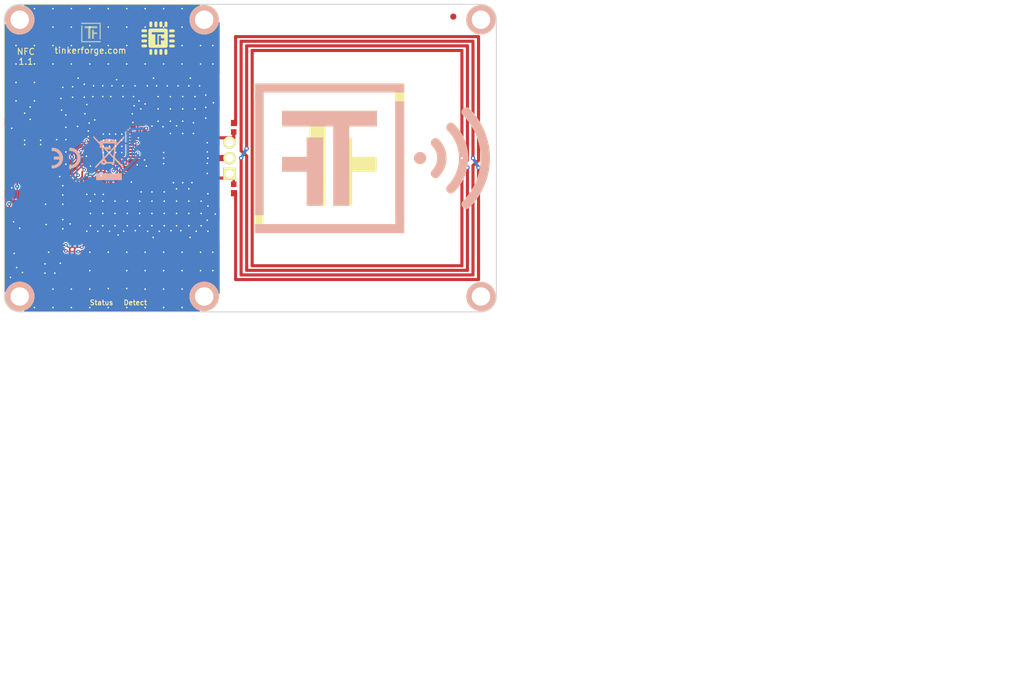
<source format=kicad_pcb>
(kicad_pcb (version 20221018) (generator pcbnew)
  (title_block (title "NFC Bricklet") (date "2021-06-16") (rev "1.1") (company "Tinkerforge GmbH") (comment 1 "Licensed under CERN OHL v.1.1") (comment 2 "Copyright (©) 2021, B.Nordmeyer <bastian@tinkerforge.com>"))
  (layers (0 "F.Cu" signal) (31 "B.Cu" signal) (34 "B.Paste" user) (35 "F.Paste" user) (36 "B.SilkS" user "B.Silkscreen") (37 "F.SilkS" user "F.Silkscreen") (38 "B.Mask" user) (39 "F.Mask" user) (44 "Edge.Cuts" user))
  (net 0 "")
  (net 1 "Net-(ANT1-Pad1)")
  (net 2 "Net-(ANT1-Pad2)")
  (net 3 "Net-(C1-Pad1)")
  (net 4 "GND")
  (net 5 "VCC")
  (net 6 "Net-(C5-Pad1)")
  (net 7 "Net-(C6-Pad1)")
  (net 8 "Net-(C12-Pad2)")
  (net 9 "Net-(C13-Pad1)")
  (net 10 "Net-(C14-Pad1)")
  (net 11 "Net-(C14-Pad2)")
  (net 12 "Net-(C15-Pad1)")
  (net 13 "Net-(C15-Pad2)")
  (net 14 "Net-(C18-Pad2)")
  (net 15 "Net-(C20-Pad2)")
  (net 16 "Net-(J1-Pad1)")
  (net 17 "Net-(J1-Pad3)")
  (net 18 "Net-(L1-Pad1)")
  (net 19 "Net-(L2-Pad1)")
  (net 20 "Net-(P1-Pad4)")
  (net 21 "Net-(P1-Pad5)")
  (net 22 "Net-(P1-Pad6)")
  (net 23 "S-MISO")
  (net 24 "S-MOSI")
  (net 25 "S-CLK")
  (net 26 "S-CS")
  (net 27 "SDA")
  (net 28 "SCL")
  (net 29 "IRQ")
  (net 30 "VEN")
  (net 31 "Net-(C16-Pad1)")
  (net 32 "Net-(C17-Pad2)")
  (net 33 "Net-(D1-Pad2)")
  (net 34 "Net-(P2-Pad2)")
  (net 35 "Net-(P3-Pad1)")
  (net 36 "Net-(D2-Pad2)")
  (net 37 "Net-(RP3-Pad1)")
  (net 38 "Net-(RP3-Pad4)")
  (net 39 "Net-(C10-Pad1)")
  (net 40 "+5V")
  (net 41 "Net-(RP2-Pad6)")
  (net 42 "Net-(RP2-Pad7)")
  (net 43 "Net-(RP3-Pad2)")
  (net 44 "Net-(RP3-Pad3)")
  (net 45 "Net-(RP3-Pad6)")
  (net 46 "Net-(RP3-Pad7)")
  (net 47 "Net-(U1-Pad2)")
  (net 48 "Net-(U1-Pad3)")
  (net 49 "Net-(U1-Pad4)")
  (net 50 "Net-(U1-Pad5)")
  (net 51 "Net-(U1-Pad6)")
  (net 52 "Net-(U1-Pad8)")
  (net 53 "Net-(U1-Pad15)")
  (net 54 "Net-(U1-Pad16)")
  (net 55 "Net-(U1-Pad17)")
  (net 56 "Net-(U1-Pad18)")
  (net 57 "Net-(U2-Pad11)")
  (net 58 "Net-(U2-Pad20)")
  (net 59 "Net-(U2-Pad23)")
  (net 60 "Net-(U2-Pad24)")
  (net 61 "Net-(U2-Pad25)")
  (net 62 "Net-(U2-Pad31)")
  (net 63 "Net-(U2-Pad32)")
  (net 64 "Net-(U2-Pad33)")
  (net 65 "Net-(U2-Pad34)")
  (net 66 "Net-(U2-Pad35)")
  (net 67 "Net-(U2-Pad38)")
  (net 68 "Net-(U2-Pad39)")
  (net 69 "Net-(U2-Pad40)")
  (footprint "kicad-libraries:C0805" (layer "F.Cu") (at 115.6 69.7 180)
    (fp_text reference "C2")
    (fp_text value "10uF")
  )
  (footprint "kicad-libraries:PIN_ARRAY_3X1" (layer "F.Cu") (at 147 77 90)
    (fp_text reference "J1")
    (fp_text value "CONN_01X03" hide)
  )
  (footprint "kicad-libraries:CON-SENSOR2" (layer "F.Cu") (at 110.4 77 -90)
    (fp_text reference "P1")
    (fp_text value "CON-SENSOR2")
  )
  (footprint "kicad-libraries:4X0402" (layer "F.Cu") (at 114 86 180)
    (fp_text reference "RP1")
    (fp_text value "82")
  )
  (footprint "kicad-libraries:QFN24-4x4mm-0.5mm" (layer "F.Cu") (at 114.9 90.4)
    (fp_text reference "U1")
    (fp_text value "XMC130024")
  )
  (footprint "kicad-libraries:HVQFN40-6x6" (layer "F.Cu") (at 128 74.6 -90)
    (fp_text reference "U2")
    (fp_text value "PN7150")
  )
  (footprint "kicad-libraries:CRYSTAL_3225" (layer "F.Cu") (at 127.5 69)
    (fp_text reference "X1")
    (fp_text value "27.12MHZ")
  )
  (footprint "kicad-libraries:Logo_CoMCU" (layer "F.Cu") (at 135.4 57.5)
    (fp_text reference "G***" hide)
    (fp_text value "LOGO" hide)
  )
  (footprint "kicad-libraries:Logo_31x31" (layer "F.Cu") (at 122.9 55)
    (fp_text reference "G***" hide)
    (fp_text value "Logo_31x31" hide)
  )
  (footprint "kicad-libraries:SHIELD-261_261" (layer "F.Cu") (at 131.6 77)
    (fp_text reference "SHD1")
    (fp_text value "Shield")
  )
  (footprint "kicad-libraries:SolderJumper" (layer "F.Cu") (at 116.1 85.3 -90)
    (fp_text reference "P2")
    (fp_text value "BOOT")
  )
  (footprint "kicad-libraries:DEBUG_PAD" (layer "F.Cu") (at 112.8 93.6)
    (fp_text reference "P3")
    (fp_text value "DEBUG")
  )
  (footprint "kicad-libraries:Fiducial_Mark" (layer "F.Cu") (at 116.4 57)
    (fp_text reference "Fiducial_Mark" hide)
    (fp_text value "VAL**" hide)
  )
  (footprint "kicad-libraries:Fiducial_Mark" (layer "F.Cu") (at 117.4 100)
    (fp_text reference "Fiducial_Mark" hide)
    (fp_text value "VAL**" hide)
  )
  (footprint "kicad-libraries:Fiducial_Mark" (layer "F.Cu") (at 183.4 54)
    (fp_text reference "Fiducial_Mark" hide)
    (fp_text value "VAL**" hide)
  )
  (footprint "kicad-libraries:NFC_ANTENNA_40_40" (layer "F.Cu") (at 148 77)
    (fp_text reference "ANT1")
    (fp_text value "PCB_ANTENNA")
  )
  (footprint "kicad-libraries:C0402F" (layer "F.Cu") (at 112.1 86 -90)
    (fp_text reference "C1")
    (fp_text value "220pF")
  )
  (footprint "kicad-libraries:C0603F" (layer "F.Cu") (at 114.9 95.6 180)
    (fp_text reference "C3")
    (fp_text value "1uF")
  )
  (footprint "kicad-libraries:C0603F" (layer "F.Cu") (at 114.9 94.3 180)
    (fp_text reference "C4")
    (fp_text value "100nF")
  )
  (footprint "kicad-libraries:C0603F" (layer "F.Cu") (at 124.7 69 90)
    (fp_text reference "C5")
    (fp_text value "10pF/50V")
  )
  (footprint "kicad-libraries:C0603F" (layer "F.Cu") (at 130.3 69 -90)
    (fp_text reference "C6")
    (fp_text value "10pF/50V")
  )
  (footprint "kicad-libraries:C0603F" (layer "F.Cu") (at 123.8 81.375 -90)
    (fp_text reference "C7")
    (fp_text value "1uF")
  )
  (footprint "kicad-libraries:C0603F" (layer "F.Cu") (at 122.3 73.4 90)
    (fp_text reference "C8")
    (fp_text value "4.7uF")
  )
  (footprint "kicad-libraries:C0603F" (layer "F.Cu") (at 125.15 81.375 -90)
    (fp_text reference "C9")
    (fp_text value "100nF")
  )
  (footprint "kicad-libraries:C0603F" (layer "F.Cu") (at 132.6 70.6 90)
    (fp_text reference "C10")
    (fp_text value "1uF")
  )
  (footprint "kicad-libraries:C0603F" (layer "F.Cu") (at 126.5 81.375 90)
    (fp_text reference "C12")
    (fp_text value "1uF")
  )
  (footprint "kicad-libraries:C0603F" (layer "F.Cu") (at 129.5 80.9)
    (fp_text reference "C13")
    (fp_text value "100nF")
  )
  (footprint "kicad-libraries:C0603F" (layer "F.Cu") (at 133.9 81 180)
    (fp_text reference "C14")
    (fp_text value "1nF/16V")
  )
  (footprint "kicad-libraries:C0603F" (layer "F.Cu") (at 134 73 180)
    (fp_text reference "C15")
    (fp_text value "1nF/16V")
  )
  (footprint "kicad-libraries:C0603F" (layer "F.Cu") (at 134.8 78.6 90)
    (fp_text reference "C16")
    (fp_text value "680pF")
  )
  (footprint "kicad-libraries:C0603F" (layer "F.Cu") (at 134.8 75.4 90)
    (fp_text reference "C17")
    (fp_text value "680pF")
  )
  (footprint "kicad-libraries:C0603F" (layer "F.Cu") (at 138.6 78)
    (fp_text reference "C18")
    (fp_text value "56pF")
  )
  (footprint "kicad-libraries:C0603F" (layer "F.Cu") (at 138.6 79.4)
    (fp_text reference "C19")
    (fp_text value "22pF")
  )
  (footprint "kicad-libraries:C0603F" (layer "F.Cu") (at 138.6 74.6)
    (fp_text reference "C20")
    (fp_text value "22pF")
  )
  (footprint "kicad-libraries:C0603F" (layer "F.Cu") (at 138.6 76)
    (fp_text reference "C21")
    (fp_text value "56pF")
  )
  (footprint "kicad-libraries:C0603F" (layer "F.Cu") (at 140.9 78.6 90)
    (fp_text reference "C22")
    (fp_text value "120pF")
  )
  (footprint "kicad-libraries:C0603F" (layer "F.Cu") (at 140.9 75.4 90)
    (fp_text reference "C23")
    (fp_text value "120pF")
  )
  (footprint "kicad-libraries:C0603F" (layer "F.Cu") (at 142.3 78.6 90)
    (fp_text reference "C24")
    (fp_text value "2.2pF")
  )
  (footprint "kicad-libraries:C0603F" (layer "F.Cu") (at 142.3 75.4 90)
    (fp_text reference "C25")
    (fp_text value "2.2pF")
  )
  (footprint "kicad-libraries:D0603F" (layer "F.Cu") (at 126.2 99.3)
    (fp_text reference "D1")
    (fp_text value "blue")
  )
  (footprint "kicad-libraries:D0603F" (layer "F.Cu") (at 131.7 99.3)
    (fp_text reference "D2")
    (fp_text value "green")
  )
  (footprint "kicad-libraries:R0603F" (layer "F.Cu") (at 132.1 79.4)
    (fp_text reference "L1")
    (fp_text value "160nH")
  )
  (footprint "kicad-libraries:R0603F" (layer "F.Cu") (at 133.2 75.4 90)
    (fp_text reference "L2")
    (fp_text value "160nH")
  )
  (footprint "kicad-libraries:R0603F" (layer "F.Cu") (at 136.3 80.2 -90)
    (fp_text reference "R1")
    (fp_text value "2.2k")
  )
  (footprint "kicad-libraries:R0603F" (layer "F.Cu") (at 136.3 73.8 90)
    (fp_text reference "R2")
    (fp_text value "2.2k")
  )
  (footprint "kicad-libraries:R0603F" (layer "F.Cu") (at 142.3 81.5 90)
    (fp_text reference "R3")
    (fp_text value "1R5")
  )
  (footprint "kicad-libraries:R0603F" (layer "F.Cu") (at 142.3 72.5 -90)
    (fp_text reference "R4")
    (fp_text value "1R5")
  )
  (footprint "kicad-libraries:R0603F" (layer "F.Cu") (at 147.7 82 90)
    (fp_text reference "R5")
    (fp_text value "0")
  )
  (footprint "kicad-libraries:R0603F" (layer "F.Cu") (at 147.7 72 -90)
    (fp_text reference "R6")
    (fp_text value "0")
  )
  (footprint "kicad-libraries:4X0603" (layer "F.Cu") (at 121.9 94.2 -90)
    (fp_text reference "RP2")
    (fp_text value "2.7k")
  )
  (footprint "kicad-libraries:4X0603" (layer "F.Cu") (at 127.7 94.3)
    (fp_text reference "RP3")
    (fp_text value "1k")
  )
  (footprint "kicad-libraries:DRILL_NP" (layer "F.Cu") (at 187.9 99.5)
    (fp_text reference "U3" hide)
    (fp_text value "DRILL" hide)
  )
  (footprint "kicad-libraries:DRILL_NP" (layer "F.Cu") (at 187.9 54.5)
    (fp_text reference "U4" hide)
    (fp_text value "DRILL" hide)
  )
  (footprint "kicad-libraries:DRILL_NP" (layer "F.Cu") (at 142.9 99.5)
    (fp_text reference "U5" hide)
    (fp_text value "DRILL" hide)
  )
  (footprint "kicad-libraries:DRILL_NP" (layer "F.Cu") (at 142.9 54.5)
    (fp_text reference "U6" hide)
    (fp_text value "DRILL" hide)
  )
  (footprint "kicad-libraries:DRILL_NP" (layer "F.Cu") (at 112.9 99.5)
    (fp_text reference "U7" hide)
    (fp_text value "DRILL" hide)
  )
  (footprint "kicad-libraries:DRILL_NP" (layer "F.Cu") (at 112.9 54.5)
    (fp_text reference "U8" hide)
    (fp_text value "DRILL" hide)
  )
  (footprint "kicad-libraries:Logo_25x25" (layer "F.Cu") (at 163.2 77)
    (fp_text reference "G***" hide)
    (fp_text value "LOGO" hide)
  )
  (footprint "" (layer "F.Cu") (at 178 77)
    (fp_text reference "")
    (fp_text value "")
  )
  (footprint "kicad-libraries:WEEE_7mm" (layer "B.Cu") (at 127.4 77 180)
    (fp_text reference "VAL" hide)
    (fp_text value "WEEE_7mm" hide)
  )
  (footprint "kicad-libraries:CE_5mm" (layer "B.Cu") (at 120.4 77 180)
    (fp_text reference "VAL" hide)
    (fp_text value "CE_5mm" hide)
  )
  (footprint "kicad-libraries:Logo_25x25" (layer "B.Cu") (at 163.3 77 180)
    (fp_text reference "G***" hide)
    (fp_text value "LOGO" hide)
  )
  (footprint "" (layer "B.Cu") (at 178 77)
    (fp_text reference "")
    (fp_text value "")
  )
  (gr_arc (start 110.4 54.5) (mid 111.132233 52.732233) (end 112.9 52) (stroke (width 0.15)) (layer "Edge.Cuts"))
  (gr_line (start 110.4 54.5) (end 110.4 99.5) (stroke (width 0.15)) (layer "Edge.Cuts"))
  (gr_line (start 190.4 99.5) (end 190.4 54.5) (stroke (width 0.15)) (layer "Edge.Cuts"))
  (gr_arc (start 187.9 52) (mid 189.667767 52.732233) (end 190.4 54.5) (stroke (width 0.15)) (layer "Edge.Cuts"))
  (gr_line (start 112.9 102) (end 187.9 102) (stroke (width 0.15)) (layer "Edge.Cuts"))
  (gr_arc (start 112.9 102) (mid 111.132233 101.267767) (end 110.4 99.5) (stroke (width 0.15)) (layer "Edge.Cuts"))
  (gr_line (start 187.9 52) (end 112.9 52) (stroke (width 0.15)) (layer "Edge.Cuts"))
  (gr_arc (start 190.4 99.5) (mid 189.667767 101.267767) (end 187.9 102) (stroke (width 0.15)) (layer "Edge.Cuts"))
  (gr_text "Status" (at 126.2 100.5) (layer "F.SilkS") (effects (font (size 0.8 0.8))))
  (gr_text "Detect" (at 131.7 100.5) (layer "F.SilkS") (effects (font (size 0.8 0.8))))
  (gr_text "tinkerforge.com" (at 124.4 59.5) (layer "F.SilkS") (effects (font (size 1 1))))
  (gr_text "NFC\n1.1" (at 113.9 60.5) (layer "F.SilkS") (effects (font (size 1 1))))
  (segment (start 113.25 85.4) (end 113.2507 85.425) (width 0.25) (layer "F.Cu") (net 3))
  (segment (start 113.15 85.35) (end 113.25 85.45) (width 0.25) (layer "F.Cu") (net 3))
  (segment (start 113.25 85.45) (end 113.2507 85.425) (width 0.25) (layer "F.Cu") (net 3))
  (segment (start 113.95 80.75) (end 113.2507 81.4493) (width 0.25) (layer "F.Cu") (net 3))
  (segment (start 113.2507 81.4493) (end 113.2507 85.425) (width 0.25) (layer "F.Cu") (net 3))
  (segment (start 112.1 85.35) (end 113.15 85.35) (width 0.25) (layer "F.Cu") (net 3))
  (segment (start 115 80.75) (end 113.95 80.75) (width 0.25) (layer "F.Cu") (net 3))
  (segment (start 140.9 77) (end 140.9 76.15) (width 0.5) (layer "F.Cu") (net 4))
  (segment (start 134.85 77.9) (end 136.3 77.9) (width 0.4) (layer "F.Cu") (net 4))
  (segment (start 136.3 77.9) (end 136.3 77.4) (width 0.4) (layer "F.Cu") (net 4))
  (segment (start 136.3 77.4) (end 136.7 77) (width 0.4) (layer "F.Cu") (net 4))
  (segment (start 136.7 77) (end 136.4 77) (width 0.4) (layer "F.Cu") (net 4))
  (segment (start 134.85 76.1) (end 136.3 76.1) (width 0.4) (layer "F.Cu") (net 4))
  (segment (start 136.3 76.1) (end 136.3 76.6) (width 0.4) (layer "F.Cu") (net 4))
  (segment (start 136.3 76.6) (end 136.4 76.7) (width 0.4) (layer "F.Cu") (net 4))
  (segment (start 144.45 77.85) (end 145.3 77) (width 0.4) (layer "F.Cu") (net 4))
  (segment (start 145.3 77) (end 147 77) (width 0.4) (layer "F.Cu") (net 4))
  (segment (start 144.45 76.15) (end 145.3 77) (width 0.4) (layer "F.Cu") (net 4))
  (segment (start 132.0493 73.8507) (end 132.2 73.7) (width 0.25) (layer "F.Cu") (net 4))
  (segment (start 129.74752 78.34752) (end 129.9 78.5) (width 0.25) (layer "F.Cu") (net 4))
  (segment (start 129.9 78.5) (end 130.9 78.5) (width 0.25) (layer "F.Cu") (net 4))
  (segment (start 130.9 78.5) (end 131.3 78.1) (width 0.25) (layer "F.Cu") (net 4))
  (segment (start 131.3 78.1) (end 132 78.1) (width 0.25) (layer "F.Cu") (net 4))
  (segment (start 130.2499 69.8001) (end 130.3 69.75) (width 0.5) (layer "F.Cu") (net 4))
  (segment (start 124.7501 68.1999) (end 124.7 68.25) (width 0.5) (layer "F.Cu") (net 4))
  (segment (start 123.85 68.25) (end 123.8 68.3) (width 0.5) (layer "F.Cu") (net 4))
  (segment (start 131.15 69.75) (end 131.2 69.8) (width 0.5) (layer "F.Cu") (net 4))
  (segment (start 128 75.6) (end 127.5 76.1) (width 0.5) (layer "F.Cu") (net 4))
  (segment (start 128 75.6) (end 128.5 76.1) (width 0.5) (layer "F.Cu") (net 4))
  (segment (start 129 74.6) (end 129.5 75.1) (width 0.5) (layer "F.Cu") (net 4))
  (segment (start 129 74.6) (end 129.5 74.1) (width 0.5) (layer "F.Cu") (net 4))
  (segment (start 128 73.6) (end 128.5 73.1) (width 0.5) (layer "F.Cu") (net 4))
  (segment (start 128 73.6) (end 127.5 73.1) (width 0.5) (layer "F.Cu") (net 4))
  (segment (start 127 74.6) (end 126.5 74.1) (width 0.5) (layer "F.Cu") (net 4))
  (segment (start 127 74.6) (end 126.5 75.1) (width 0.5) (layer "F.Cu") (net 4))
  (segment (start 114.65 90.6) (end 114.25 91.05) (width 0.25) (layer "F.Cu") (net 4))
  (segment (start 114.15 93.8) (end 114.65 93.3) (width 0.25) (layer "F.Cu") (net 4))
  (segment (start 114.65 93.3) (end 114.65 92.45) (width 0.25) (layer "F.Cu") (net 4))
  (segment (start 114.65 92.45) (end 114.65 92.425) (width 0.25) (layer "F.Cu") (net 4))
  (segment (start 124.95 72.35) (end 124.952 72.3521) (width 0.25) (layer "F.Cu") (net 4))
  (segment (start 124.10248 76.34752) (end 123.75 76.7) (width 0.25) (layer "F.Cu") (net 4))
  (segment (start 124.4007 73.8507) (end 124.05 73.5) (width 0.25) (layer "F.Cu") (net 4))
  (segment (start 124.19968 73.35032) (end 124.05 73.5) (width 0.25) (layer "F.Cu") (net 4))
  (segment (start 124.30248 72.85248) (end 124.05 72.6) (width 0.25) (layer "F.Cu") (net 4))
  (segment (start 124.2979 72.3521) (end 124.05 72.6) (width 0.25) (layer "F.Cu") (net 4))
  (segment (start 112.1 87.15) (end 111.9 87.35) (width 0.5) (layer "F.Cu") (net 4))
  (segment (start 115.9 74.5) (end 116.3 74.1) (width 0.5) (layer "F.Cu") (net 4))
  (segment (start 116 74.5) (end 116.3 74.8) (width 0.5) (layer "F.Cu") (net 4))
  (segment (start 114 74.5) (end 113.7 74.8) (width 0.5) (layer "F.Cu") (net 4))
  (segment (start 114.1 74.5) (end 113.7 74.1) (width 0.5) (layer "F.Cu") (net 4))
  (segment (start 114.59924 70.69924) (end 114.6 70.7) (width 0.5) (layer "F.Cu") (net 4))
  (segment (start 114.59924 68.70076) (end 114.6 68.7) (width 0.5) (layer "F.Cu") (net 4))
  (segment (start 124.4 86) (end 124.4 88) (width 0.25) (layer "F.Cu") (net 4))
  (segment (start 126.4 88) (end 126.4 86) (width 0.25) (layer "F.Cu") (net 4))
  (segment (start 128.4 86) (end 128.4 88) (width 0.25) (layer "F.Cu") (net 4))
  (segment (start 130.4 88) (end 130.4 86) (width 0.25) (layer "F.Cu") (net 4))
  (segment (start 130.4 84) (end 132.4 84) (width 0.25) (layer "F.Cu") (net 4))
  (segment (start 132.4 86) (end 132.4 88) (width 0.25) (layer "F.Cu") (net 4))
  (segment (start 134.4 88) (end 134.4 86) (width 0.25) (layer "F.Cu") (net 4))
  (segment (start 134.4 84) (end 136.4 84) (width 0.25) (layer "F.Cu") (net 4))
  (segment (start 136.4 86) (end 136.4 88) (width 0.25) (layer "F.Cu") (net 4))
  (segment (start 138.4 88) (end 138.4 86) (width 0.25) (layer "F.Cu") (net 4))
  (segment (start 138.4 84) (end 138.4 82) (width 0.25) (layer "F.Cu") (net 4))
  (segment (start 140.4 82) (end 140.4 84) (width 0.25) (layer "F.Cu") (net 4))
  (segment (start 140.4 86) (end 140.4 88) (width 0.25) (layer "F.Cu") (net 4))
  (segment (start 142.4 88) (end 142.4 86) (width 0.25) (layer "F.Cu") (net 4))
  (segment (start 135.4 69) (end 135.4 71) (width 0.25) (layer "F.Cu") (net 4))
  (segment (start 137.4 71) (end 137.4 69) (width 0.25) (layer "F.Cu") (net 4))
  (segment (start 137.4 67) (end 135.4 67) (width 0.25) (layer "F.Cu") (net 4))
  (segment (start 139.4 67) (end 139.4 69) (width 0.25) (layer "F.Cu") (net 4))
  (segment (start 139.4 71) (end 139.4 73) (width 0.25) (layer "F.Cu") (net 4))
  (segment (start 141.4 69) (end 141.4 67) (width 0.25) (layer "F.Cu") (net 4))
  (segment (start 120.45 70) (end 120.4 70) (width 0.25) (layer "F.Cu") (net 4))
  (segment (start 120.4 72) (end 120.4 74) (width 0.25) (layer "F.Cu") (net 4))
  (segment (start 120.4 76) (end 120.4 78) (width 0.25) (layer "F.Cu") (net 4))
  (segment (start 136.4 82.5) (end 137.9 81) (width 0.25) (layer "F.Cu") (net 4))
  (segment (start 139.4 81) (end 140.9 81) (width 0.25) (layer "F.Cu") (net 4))
  (segment (start 143.4 76.15) (end 144.45 76.15) (width 0.4) (layer "F.Cu") (net 4))
  (segment (start 143.4 77.85) (end 144.45 77.85) (width 0.4) (layer "F.Cu") (net 4))
  (segment (start 143.4 76) (end 143.4 74.5) (width 0.25) (layer "F.Cu") (net 4))
  (segment (start 119.9 80.5) (end 119.9 81.5) (width 0.25) (layer "F.Cu") (net 4))
  (segment (start 119.9 83) (end 119.9 84.5) (width 0.25) (layer "F.Cu") (net 4))
  (segment (start 123.65 65.25) (end 124.9 65.25) (width 0.25) (layer "F.Cu") (net 4))
  (segment (start 126.4 65.25) (end 127.9 65.25) (width 0.25) (layer "F.Cu") (net 4))
  (segment (start 128.65 64.25) (end 129.65 65.25) (width 0.25) (layer "F.Cu") (net 4))
  (segment (start 131.65 65.25) (end 133.65 65.25) (width 0.25) (layer "F.Cu") (net 4))
  (segment (start 134.65 64) (end 134.65 64.75) (width 0.25) (layer "F.Cu") (net 4))
  (segment (start 134.65 64.75) (end 135.15 65.25) (width 0.25) (layer "F.Cu") (net 4))
  (segment (start 136.9 65.25) (end 138.65 65.25) (width 0.25) (layer "F.Cu") (net 4))
  (segment (start 140.4 65.25) (end 140.4 64.25) (width 0.25) (layer "F.Cu") (net 4))
  (segment (start 140.4 64.25) (end 140.65 64) (width 0.25) (layer "F.Cu") (net 4))
  (segment (start 142.15 65.25) (end 142.15 65.75) (width 0.25) (layer "F.Cu") (net 4))
  (segment (start 142.15 65.75) (end 143.15 66.75) (width 0.25) (layer "F.Cu") (net 4))
  (segment (start 144.4 68) (end 143.9 68) (width 0.25) (layer "F.Cu") (net 4))
  (segment (start 143.9 68) (end 143.15 68.75) (width 0.25) (layer "F.Cu") (net 4))
  (segment (start 132.65 83.75) (end 132.65 82.5) (width 0.25) (layer "F.Cu") (net 4))
  (segment (start 123.5 69.8) (end 123.5 70.6) (width 0.25) (layer "F.Cu") (net 4))
  (segment (start 123.5 70.6) (end 124.2 71.3) (width 0.25) (layer "F.Cu") (net 4))
  (segment (start 123.4 67.9) (end 123.4 67.1) (width 0.25) (layer "F.Cu") (net 4))
  (segment (start 131.5 69.5) (end 131.5 68.5) (width 0.25) (layer "F.Cu") (net 4))
  (segment (start 132.3 67.7) (end 132.8 67.7) (width 0.25) (layer "F.Cu") (net 4))
  (segment (start 132.8 67.7) (end 133.3 68.2) (width 0.25) (layer "F.Cu") (net 4))
  (segment (start 131.6 67) (end 131.4 67) (width 0.25) (layer "F.Cu") (net 4))
  (segment (start 129.7 67) (end 127.7 67) (width 0.25) (layer "F.Cu") (net 4))
  (segment (start 126.4 67) (end 124.8 67) (width 0.25) (layer "F.Cu") (net 4))
  (segment (start 119.7 69.3) (end 119.7 69.2) (width 0.25) (layer "F.Cu") (net 4))
  (segment (start 133.5 78.3) (end 133.5 77.6) (width 0.25) (layer "F.Cu") (net 4))
  (segment (start 133.5 77.6) (end 133.2 77.3) (width 0.25) (layer "F.Cu") (net 4))
  (segment (start 119.9 87) (end 119.9 88.5) (width 0.25) (layer "F.Cu") (net 4))
  (segment (start 117.1 84.5) (end 116.8 84.5) (width 0.25) (layer "F.Cu") (net 4))
  (segment (start 112.55 94.8) (end 112.4 94.8) (width 0.25) (layer "F.Cu") (net 4))
  (segment (start 117 95.7) (end 117 94.2) (width 0.25) (layer "F.Cu") (net 4))
  (segment (start 134.6 88.2) (end 134.6 89.9) (width 0.25) (layer "F.Cu") (net 4))
  (segment (start 142.5 86.1) (end 144.7 86.1) (width 0.25) (layer "F.Cu") (net 4))
  (segment (start 143.5 82.8) (end 143.5 84.8) (width 0.25) (layer "F.Cu") (net 4))
  (segment (start 143.4 87.1) (end 143.4 88.8) (width 0.25) (layer "F.Cu") (net 4))
  (segment (start 143.4 88.8) (end 143.5 88.9) (width 0.25) (layer "F.Cu") (net 4))
  (segment (start 139.7 89) (end 139.3 89) (width 0.25) (layer "F.Cu") (net 4))
  (segment (start 139.3 89) (end 139.1 88.8) (width 0.25) (layer "F.Cu") (net 4))
  (segment (start 137.5 88.8) (end 135.7 88.8) (width 0.25) (layer "F.Cu") (net 4))
  (segment (start 135.7 88.8) (end 135.6 88.9) (width 0.25) (layer "F.Cu") (net 4))
  (segment (start 133.7 88.9) (end 131.8 88.9) (width 0.25) (layer "F.Cu") (net 4))
  (segment (start 131.8 88.9) (end 131.7 88.8) (width 0.25) (layer "F.Cu") (net 4))
  (segment (start 128.3 88.9) (end 127.5 88.9) (width 0.25) (layer "F.Cu") (net 4))
  (segment (start 125.6 88.9) (end 123.8 88.9) (width 0.25) (layer "F.Cu") (net 4))
  (segment (start 134.6 71.8) (end 134.4 71.8) (width 0.25) (layer "F.Cu") (net 4))
  (segment (start 118.3 98.3) (end 121.3 98.3) (width 0.25) (layer "F.Cu") (net 4))
  (segment (start 121.3 101.3) (end 124.3 101.3) (width 0.25) (layer "F.Cu") (net 4))
  (segment (start 127.3 101.3) (end 130.3 101.3) (width 0.25) (layer "F.Cu") (net 4))
  (segment (start 133.3 101.3) (end 136.3 101.3) (width 0.25) (layer "F.Cu") (net 4))
  (segment (start 136.3 98.3) (end 139.3 98.3) (width 0.25) (layer "F.Cu") (net 4))
  (segment (start 130.3 92.3) (end 133.3 92.3) (width 0.25) (layer "F.Cu") (net 4))
  (segment (start 133.3 95.3) (end 136.3 95.3) (width 0.25) (layer "F.Cu") (net 4))
  (segment (start 136.3 92.3) (end 139.3 92.3) (width 0.25) (layer "F.Cu") (net 4))
  (segment (start 139.3 95.3) (end 142.3 95.3) (width 0.25) (layer "F.Cu") (net 4))
  (segment (start 142.3 92.3) (end 144.3 92.3) (width 0.25) (layer "F.Cu") (net 4))
  (segment (start 122.9 63.5) (end 122.9 60.3) (width 0.25) (layer "F.Cu") (net 4))
  (segment (start 122.9 60.3) (end 115.3 52.7) (width 0.25) (layer "F.Cu") (net 4))
  (segment (start 118.3 52.7) (end 118.3 55.7) (width 0.25) (layer "F.Cu") (net 4))
  (segment (start 121.3 55.7) (end 121.3 52.7) (width 0.25) (layer "F.Cu") (net 4))
  (segment (start 124.3 52.7) (end 124.3 55.7) (width 0.25) (layer "F.Cu") (net 4))
  (segment (start 127.3 55.7) (end 127.3 52.7) (width 0.25) (layer "F.Cu") (net 4))
  (segment (start 130.3 52.7) (end 130.3 55.7) (width 0.25) (layer "F.Cu") (net 4))
  (segment (start 133.3 55.7) (end 133.3 52.7) (width 0.25) (layer "F.Cu") (net 4))
  (segment (start 136.3 52.7) (end 136.3 55.7) (width 0.25) (layer "F.Cu") (net 4))
  (segment (start 139.3 55.7) (end 139.3 52.7) (width 0.25) (layer "F.Cu") (net 4))
  (segment (start 115.3 58.7) (end 118.3 58.7) (width 0.25) (layer "F.Cu") (net 4))
  (segment (start 121.3 58.7) (end 124.3 58.7) (width 0.25) (layer "F.Cu") (net 4))
  (segment (start 127.3 58.7) (end 130.3 58.7) (width 0.25) (layer "F.Cu") (net 4))
  (segment (start 133.3 58.7) (end 136.3 58.7) (width 0.25) (layer "F.Cu") (net 4))
  (segment (start 139.3 58.7) (end 142.3 58.7) (width 0.25) (layer "F.Cu") (net 4))
  (segment (start 112.3 58.7) (end 112.3 61.7) (width 0.25) (layer "F.Cu") (net 4))
  (segment (start 115.3 61.7) (end 118.3 61.7) (width 0.25) (layer "F.Cu") (net 4))
  (segment (start 121.3 61.7) (end 124.3 61.7) (width 0.25) (layer "F.Cu") (net 4))
  (segment (start 127.3 61.7) (end 130.3 61.7) (width 0.25) (layer "F.Cu") (net 4))
  (segment (start 133.3 61.7) (end 136.3 61.7) (width 0.25) (layer "F.Cu") (net 4))
  (segment (start 139.3 61.7) (end 142.3 61.7) (width 0.25) (layer "F.Cu") (net 4))
  (segment (start 115.3 64.7) (end 112.3 64.7) (width 0.25) (layer "F.Cu") (net 4))
  (segment (start 112.3 67.7) (end 115.3 67.7) (width 0.25) (layer "F.Cu") (net 4))
  (segment (start 144.3 61.7) (end 144.3 58.7) (width 0.25) (layer "F.Cu") (net 4))
  (segment (start 116.4 84.5) (end 116.1 84.8) (width 0.25) (layer "F.Cu") (net 4))
  (segment (start 116.65 84.85) (end 116.6 84.8) (width 0.25) (layer "F.Cu") (net 4))
  (segment (start 116.6 84.8) (end 116.1 84.8) (width 0.25) (layer "F.Cu") (net 4))
  (segment (start 115.55 84.85) (end 115.6 84.8) (width 0.25) (layer "F.Cu") (net 4))
  (segment (start 115.6 84.8) (end 116.1 84.8) (width 0.25) (layer "F.Cu") (net 4))
  (segment (start 124.4 84) (end 126.4 84) (width 0.4) (layer "F.Cu") (net 4))
  (segment (start 125.15 82.85) (end 125.1 82.9) (width 0.5) (layer "F.Cu") (net 4))
  (segment (start 121.9 65) (end 121.5 65.4) (width 0.5) (layer "F.Cu") (net 4))
  (segment (start 120.3 88.5) (end 121.1 87.7) (width 0.5) (layer "F.Cu") (net 4))
  (segment (start 134.8 76.15) (end 134.85 76.1) (width 0.4) (layer "F.Cu") (net 4))
  (segment (start 124.952 72.3521) (end 124.2979 72.3521) (width 0.25) (layer "F.Cu") (net 4))
  (segment (start 122.3 72.65) (end 122.3 71.85) (width 0.5) (layer "F.Cu") (net 4))
  (segment (start 147 77) (end 143.5 77) (width 1) (layer "F.Cu") (net 4))
  (segment (start 139.4 73) (end 137.4 73) (width 0.25) (layer "F.Cu") (net 4))
  (segment (start 114.15 94.3) (end 114.15 93.8) (width 0.25) (layer "F.Cu") (net 4))
  (segment (start 128.59982 69.8001) (end 130.2499 69.8001) (width 0.5) (layer "F.Cu") (net 4))
  (segment (start 128 74.6) (end 128 75.6) (width 0.5) (layer "F.Cu") (net 4))
  (segment (start 143.4 76.15) (end 143.4 76) (width 0.25) (layer "F.Cu") (net 4))
  (segment (start 140.6 89.9) (end 139.7 89) (width 0.25) (layer "F.Cu") (net 4))
  (segment (start 139.4 73) (end 141.15 73) (width 0.25) (layer "F.Cu") (net 4))
  (segment (start 132.6 69.85) (end 132.6 69) (width 0.5) (layer "F.Cu") (net 4))
  (segment (start 131.048 73.8507) (end 132.0493 73.8507) (width 0.25) (layer "F.Cu") (net 4))
  (segment (start 142.3 77.85) (end 140.9 77.85) (width 0.5) (layer "F.Cu") (net 4))
  (segment (start 140.9 77.85) (end 140.9 77) (width 0.5) (layer "F.Cu") (net 4))
  (segment (start 124.7 68.25) (end 123.85 68.25) (width 0.5) (layer "F.Cu") (net 4))
  (segment (start 119.4 80) (end 119.9 80.5) (width 0.25) (layer "F.Cu") (net 4))
  (segment (start 124.952 73.35032) (end 124.19968 73.35032) (width 0.25) (layer "F.Cu") (net 4))
  (segment (start 123.8 82.125) (end 123.8 82.9) (width 0.5) (layer "F.Cu") (net 4))
  (segment (start 128.9 89.5) (end 128.3 88.9) (width 0.25) (layer "F.Cu") (net 4))
  (segment (start 113.35 95.6) (end 112.55 94.8) (width 0.25) (layer "F.Cu") (net 4))
  (segment (start 128 74.6) (end 129.5 73.1) (width 0.5) (layer "F.Cu") (net 4))
  (segment (start 114.25 89.75) (end 114.25 91.05) (width 0.25) (layer "F.Cu") (net 4))
  (segment (start 123.4 65) (end 121.9 65) (width 0.5) (layer "F.Cu") (net 4))
  (segment (start 142.3 76.15) (end 140.9 76.15) (width 0.5) (layer "F.Cu") (net 4))
  (segment (start 132.4 84) (end 132.65 83.75) (width 0.25) (layer "F.Cu") (net 4))
  (segment (start 115 74.5) (end 114 74.5) (width 0.5) (layer "F.Cu") (net 4))
  (segment (start 128 74.6) (end 127 74.6) (width 0.5) (layer "F.Cu") (net 4))
  (segment (start 114.65 92.425) (end 114.65 90.6) (width 0.25) (layer "F.Cu") (net 4))
  (segment (start 115.55 85.075) (end 115.55 84.85) (width 0.25) (layer "F.Cu") (net 4))
  (segment (start 128 74.6) (end 128.5 74.1) (width 0.5) (layer "F.Cu") (net 4))
  (segment (start 115 74.5) (end 115.9 74.5) (width 0.5) (layer "F.Cu") (net 4))
  (segment (start 128 74.6) (end 129.5 76.1) (width 0.5) (layer "F.Cu") (net 4))
  (segment (start 128 74.6) (end 126.5 73.1) (width 0.5) (layer "F.Cu") (net 4))
  (segment (start 124.4007 73.8507) (end 124.952 73.8507) (width 0.25) (layer "F.Cu") (net 4))
  (segment (start 134.8 77.85) (end 134.85 77.9) (width 0.4) (layer "F.Cu") (net 4))
  (segment (start 134.4 84) (end 134.4 82.5) (width 0.25) (layer "F.Cu") (net 4))
  (segment (start 114.25 91.05) (end 115.55 91.05) (width 0.25) (layer "F.Cu") (net 4))
  (segment (start 136.3 76.1) (end 136.3 77) (width 0.5) (layer "F.Cu") (net 4))
  (segment (start 111.6 71.1) (end 111.6 72.15) (width 0.5) (layer "F.Cu") (net 4))
  (segment (start 130.25 80.9) (end 131.05 80.9) (width 0.5) (layer "F.Cu") (net 4))
  (segment (start 128 74.6) (end 127.5 74.1) (width 0.5) (layer "F.Cu") (net 4))
  (segment (start 115.55 89.75) (end 114.25 89.75) (width 0.25) (layer "F.Cu") (net 4))
  (segment (start 128 74.6) (end 127.5 75.1) (width 0.5) (layer "F.Cu") (net 4))
  (segment (start 114.15 95.6) (end 114.15 94.3) (width 0.25) (layer "F.Cu") (net 4))
  (segment (start 142.3 76.15) (end 143.4 76.15) (width 0.4) (layer "F.Cu") (net 4))
  (segment (start 128 74.6) (end 128.5 75.1) (width 0.5) (layer "F.Cu") (net 4))
  (segment (start 114.59924 69.7) (end 113.7 69.7) (width 0.5) (layer "F.Cu") (net 4))
  (segment (start 114.59924 69.7) (end 114.59924 68.70076) (width 0.5) (layer "F.Cu") (net 4))
  (segment (start 115 74.5) (end 114.1 74.5) (width 0.5) (layer "F.Cu") (net 4))
  (segment (start 115.3 101.3) (end 118.3 101.3) (width 0.25) (layer "F.Cu") (net 4))
  (segment (start 128 74.6) (end 128 73.6) (width 0.5) (layer "F.Cu") (net 4))
  (segment (start 117.1 84.5) (end 116.4 84.5) (width 0.25) (layer "F.Cu") (net 4))
  (segment (start 135.4 71) (end 134.6 71.8) (width 0.25) (layer "F.Cu") (net 4))
  (segment (start 114.15 95.6) (end 113.35 95.6) (width 0.5) (layer "F.Cu") (net 4))
  (segment (start 134.4 88) (end 134.6 88.2) (width 0.25) (layer "F.Cu") (net 4))
  (segment (start 124.952 76.34752) (end 124.10248 76.34752) (width 0.25) (layer "F.Cu") (net 4))
  (segment (start 130.3 69.75) (end 131.15 69.75) (width 0.5) (layer "F.Cu") (net 4))
  (segment (start 128 74.6) (end 129 74.6) (width 0.5) (layer "F.Cu") (net 4))
  (segment (start 131.2 69.8) (end 131.5 69.5) (width 0.25) (layer "F.Cu") (net 4))
  (segment (start 114.59924 69.7) (end 114.59924 70.69924) (width 0.5) (layer "F.Cu") (net 4))
  (segment (start 142.3 77.85) (end 143.4 77.85) (width 0.4) (layer "F.Cu") (net 4))
  (segment (start 124.30248 72.85248) (end 124.952 72.85248) (width 0.25) (layer "F.Cu") (net 4))
  (segment (start 140.9 77) (end 136.7 77) (width 0.4) (layer "F.Cu") (net 4))
  (segment (start 120.4 70) (end 119.7 69.3) (width 0.25) (layer "F.Cu") (net 4))
  (segment (start 116.65 85.075) (end 116.65 84.85) (width 0.25) (layer "F.Cu") (net 4))
  (segment (start 122.4 64) (end 122.9 63.5) (width 0.25) (layer "F.Cu") (net 4))
  (segment (start 112.1 86.65) (end 112.1 87.15) (width 0.5) (layer "F.Cu") (net 4))
  (segment (start 126.40018 68.1999) (end 124.7501 68.1999) (width 0.5) (layer "F.Cu") (net 4))
  (segment (start 126.5 82.125) (end 126.5 82.9) (width 0.5) (layer "F.Cu") (net 4))
  (segment (start 122.3 71.85) (end 120.45 70) (width 0.25) (layer "F.Cu") (net 4))
  (segment (start 142.3 77.85) (end 142.3 76.15) (width 0.5) (layer "F.Cu") (net 4))
  (segment (start 115 74.5) (end 116 74.5) (width 0.5) (layer "F.Cu") (net 4))
  (segment (start 119.9 88.5) (end 120.3 88.5) (width 0.5) (layer "F.Cu") (net 4))
  (segment (start 129.74752 77.648) (end 129.74752 78.34752) (width 0.25) (layer "F.Cu") (net 4))
  (segment (start 111.6 82.9) (end 111.6 81.85) (width 0.5) (layer "F.Cu") (net 4))
  (segment (start 123.4 67.9) (end 123.8 68.3) (width 0.25) (layer "F.Cu") (net 4))
  (segment (start 132.3 67.7) (end 131.6 67) (width 0.25) (layer "F.Cu") (net 4))
  (segment (start 123.4 65) (end 123.65 65.25) (width 0.25) (layer "F.Cu") (net 4))
  (segment (start 142.4 86) (end 142.5 86.1) (width 0.25) (layer "F.Cu") (net 4))
  (segment (start 125.15 82.125) (end 125.15 82.85) (width 0.5) (layer "F.Cu") (net 4))
  (segment (start 128 74.6) (end 126.5 76.1) (width 0.5) (layer "F.Cu") (net 4))
  (via (at 136.3 55.7) (size 0.7) (drill 0.25) (layers "F.Cu" "B.Cu") (net 4))
  (via (at 143.4 76) (size 0.7) (drill 0.25) (layers "F.Cu" "B.Cu") (net 4))
  (via (at 126.4 65.25) (size 0.7) (drill 0.25) (layers "F.Cu" "B.Cu") (net 4))
  (via (at 133.5 78.3) (size 0.7) (drill 0.25) (layers "F.Cu" "B.Cu") (net 4))
  (via (at 124.3 95.3) (size 0.7) (drill 0.25) (layers "F.Cu" "B.Cu") (net 4))
  (via (at 137.9 81) (size 0.7) (drill 0.25) (layers "F.Cu" "B.Cu") (net 4))
  (via (at 120.4 76) (size 0.7) (drill 0.25) (layers "F.Cu" "B.Cu") (net 4))
  (via (at 133.2 77.3) (size 0.7) (drill 0.25) (layers "F.Cu" "B.Cu") (net 4))
  (via (at 126.4 67) (size 0.7) (drill 0.25) (layers "F.Cu" "B.Cu") (net 4))
  (via (at 133.3 68.2) (size 0.7) (drill 0.25) (layers "F.Cu" "B.Cu") (net 4))
  (via (at 121.3 52.7) (size 0.7) (drill 0.25) (layers "F.Cu" "B.Cu") (net 4))
  (via (at 119.9 83) (size 0.7) (drill 0.25) (layers "F.Cu" "B.Cu") (net 4))
  (via (at 135.4 71) (size 0.7) (drill 0.25) (layers "F.Cu" "B.Cu") (net 4))
  (via (at 136.3 77.9) (size 0.7) (drill 0.25) (layers "F.Cu" "B.Cu") (net 4))
  (via (at 132.2 73.7) (size 0.55) (drill 0.25) (layers "F.Cu" "B.Cu") (net 4))
  (via (at 119.9 65.5) (size 0.6) (drill 0.25) (layers "F.Cu" "B.Cu") (net 4))
  (via (at 139.3 61.7) (size 0.7) (drill 0.25) (layers "F.Cu" "B.Cu") (net 4))
  (via (at 126.4 86) (size 0.7) (drill 0.25) (layers "F.Cu" "B.Cu") (net 4))
  (via (at 124.9 65.25) (size 0.7) (drill 0.25) (layers "F.Cu" "B.Cu") (net 4))
  (via (at 138.65 65.25) (size 0.7) (drill 0.25) (layers "F.Cu" "B.Cu") (net 4))
  (via (at 137.4 67) (size 0.7) (drill 0.25) (layers "F.Cu" "B.Cu") (net 4))
  (via (at 127.3 55.7) (size 0.7) (drill 0.25) (layers "F.Cu" "B.Cu") (net 4))
  (via (at 136.3 92.3) (size 0.7) (drill 0.25) (layers "F.Cu" "B.Cu") (net 4))
  (via (at 133.3 92.3) (size 0.7) (drill 0.25) (layers "F.Cu" "B.Cu") (net 4))
  (via (at 136.3 58.7) (size 0.7) (drill 0.25) (layers "F.Cu" "B.Cu") (net 4))
  (via (at 112.3 64.7) (size 0.7) (drill 0.25) (layers "F.Cu" "B.Cu") (net 4))
  (via (at 138.4 82) (size 0.7) (drill 0.25) (layers "F.Cu" "B.Cu") (net 4))
  (via (at 118.3 55.7) (size 0.7) (drill 0.25) (layers "F.Cu" "B.Cu") (net 4))
  (via (at 131.65 65.25) (size 0.7) (drill 0.25) (layers "F.Cu" "B.Cu") (net 4))
  (via (at 143.4 79.5) (size 0.7) (drill 0.25) (layers "F.Cu" "B.Cu") (net 4))
  (via (at 141.15 73) (size 0.7) (drill 0.25) (layers "F.Cu" "B.Cu") (net 4))
  (via (at 119.9 87) (size 0.7) (drill 0.25) (layers "F.Cu" "B.Cu") (net 4))
  (via (at 132.6 69) (size 0.7) (drill 0.25) (layers "F.Cu" "B.Cu") (net 4))
  (via (at 138.4 88) (size 0.7) (drill 0.25) (layers "F.Cu" "B.Cu") (net 4))
  (via (at 115.3 58.7) (size 0.7) (drill 0.25) (layers "F.Cu" "B.Cu") (net 4))
  (via (at 133.3 101.3) (size 0.7) (drill 0.25) (layers "F.Cu" "B.Cu") (net 4))
  (via (at 136.4 86) (size 0.7) (drill 0.25) (layers "F.Cu" "B.Cu") (net 4))
  (via (at 129.5 74.1) (size 0.7) (drill 0.25) (layers "F.Cu" "B.Cu") (net 4))
  (via (at 113.7 69.7) (size 0.7) (drill 0.25) (layers "F.Cu" "B.Cu") (net 4))
  (via (at 135.4 69) (size 0.7) (drill 0.25) (layers "F.Cu" "B.Cu") (net 4))
  (via (at 141.15 71.25) (size 0.7) (drill 0.25) (layers "F.Cu" "B.Cu") (net 4))
  (via (at 118.9 74) (size 0.7) (drill 0.25) (layers "F.Cu" "B.Cu") (net 4))
  (via (at 121.3 58.7) (size 0.7) (drill 0.25) (layers "F.Cu" "B.Cu") (net 4))
  (via (at 121.5 65.4) (size 0.6) (drill 0.25) (layers "F.Cu" "B.Cu") (net 4))
  (via (at 136.4 84) (size 0.7) (drill 0.25) (layers "F.Cu" "B.Cu") (net 4))
  (via (at 136.3 76.1) (size 0.7) (drill 0.25) (layers "F.Cu" "B.Cu") (net 4))
  (via (at 133.3 61.7) (size 0.7) (drill 0.25) (layers "F.Cu" "B.Cu") (net 4))
  (via (at 121.3 101.3) (size 0.7) (drill 0.25) (layers "F.Cu" "B.Cu") (net 4))
  (via (at 135.6 88.9) (size 0.7) (drill 0.25) (layers "F.Cu" "B.Cu") (net 4))
  (via (at 144.3 95.3) (size 0.7) (drill 0.25) (layers "F.Cu" "B.Cu") (net 4))
  (via (at 126.5 74.1) (size 0.7) (drill 0.25) (layers "F.Cu" "B.Cu") (net 4))
  (via (at 138.4 84) (size 0.7) (drill 0.25) (layers "F.Cu" "B.Cu") (net 4))
  (via (at 141.6 88.9) (size 0.7) (drill 0.25) (layers "F.Cu" "B.Cu") (net 4))
  (via (at 115.3 64.7) (size 0.7) (drill 0.25) (layers "F.Cu" "B.Cu") (net 4))
  (via (at 133.3 98.3) (size 0.7) (drill 0.25) (layers "F.Cu" "B.Cu") (net 4))
  (via (at 124.2 71.3) (size 0.7) (drill 0.25) (layers "F.Cu" "B.Cu") (net 4))
  (via (at 118.3 52.7) (size 0.7) (drill 0.25) (layers "F.Cu" "B.Cu") (net 4))
  (via (at 144.3 61.7) (size 0.7) (drill 0.25) (layers "F.Cu" "B.Cu") (net 4))
  (via (at 133.3 52.7) (size 0.7) (drill 0.25) (layers "F.Cu" "B.Cu") (net 4))
  (via (at 123.4 65) (size 0.7) (drill 0.25) (layers "F.Cu" "B.Cu") (net 4))
  (via (at 124.3 55.7) (size 0.7) (drill 0.25) (layers "F.Cu" "B.Cu") (net 4))
  (via (at 124.4 84) (size 0.6) (drill 0.25) (layers "F.Cu" "B.Cu") (net 4))
  (via (at 142.3 61.7) (size 0.7) (drill 0.25) (layers "F.Cu" "B.Cu") (net 4))
  (via (at 140.9 81) (size 0.7) (drill 0.25) (layers "F.Cu" "B.Cu") (net 4))
  (via (at 136.4 88) (size 0.7) (drill 0.25) (layers "F.Cu" "B.Cu") (net 4))
  (via (at 114.6 68.7) (size 0.7) (drill 0.25) (layers "F.Cu" "B.Cu") (net 4))
  (via (at 117.1 84.5) (size 0.7) (drill 0.25) (layers "F.Cu" "B.Cu") (net 4))
  (via (at 143.5 82.8) (size 0.7) (drill 0.25) (layers "F.Cu" "B.Cu") (net 4))
  (via (at 122.4 64) (size 0.7) (drill 0.25) (layers "F.Cu" "B.Cu") (net 4))
  (via (at 124.4 86) (size 0.7) (drill 0.25) (layers "F.Cu" "B.Cu") (net 4))
  (via (at 143.4 77.85) (size 0.7) (drill 0.25) (layers "F.Cu" "B.Cu") (net 4))
  (via (at 127.3 101.3) (size 0.7) (drill 0.25) (layers "F.Cu" "B.Cu") (net 4))
  (via (at 133.3 58.7) (size 0.7) (drill 0.25) (layers "F.Cu" "B.Cu") (net 4))
  (via (at 127.3 58.7) (size 0.7) (drill 0.25) (layers "F.Cu" "B.Cu") (net 4))
  (via (at 137.4 69) (size 0.7) (drill 0.25) (layers "F.Cu" "B.Cu") (net 4))
  (via (at 131.7 88.8) (size 0.7) (drill 0.25) (layers "F.Cu" "B.Cu") (net 4))
  (via (at 140.4 86) (size 0.7) (drill 0.25) (layers "F.Cu" "B.Cu") (net 4))
  (via (at 130.3 52.7) (size 0.7) (drill 0.25) (layers "F.Cu" "B.Cu") (net 4))
  (via (at 117.6 92.3) (size 0.6) (drill 0.25) (layers "F.Cu" "B.Cu") (net 4))
  (via (at 133.65 65.25) (size 0.7) (drill 0.25) (layers "F.Cu" "B.Cu") (net 4))
  (via (at 120.4 70) (size 0.7) (drill 0.25) (layers "F.Cu" "B.Cu") (net 4))
  (via (at 126.4 88) (size 0.7) (drill 0.25) (layers "F.Cu" "B.Cu") (net 4))
  (via (at 117 94.2) (size 0.7) (drill 0.25) (layers "F.Cu" "B.Cu") (net 4))
  (via (at 134.4 82.5) (size 0.7) (drill 0.25) (layers "F.Cu" "B.Cu") (net 4))
  (via (at 130.3 101.3) (size 0.7) (drill 0.25) (layers "F.Cu" "B.Cu") (net 4))
  (via (at 116.3 74.1) (size 0.7) (drill 0.25) (layers "F.Cu" "B.Cu") (net 4))
  (via (at 112 92.5) (size 0.7) (drill 0.25) (layers "F.Cu" "B.Cu") (net 4))
  (via (at 123.4 67.1) (size 0.7) (drill 0.25) (layers "F.Cu" "B.Cu") (net 4))
  (via (at 115.3 67.7) (size 0.7) (drill 0.25) (layers "F.Cu" "B.Cu") (net 4))
  (via (at 127.5 88.9) (size 0.7) (drill 0.25) (layers "F.Cu" "B.Cu") (net 4))
  (via (at 128.4 84) (size 0.6) (drill 0.25) (layers "F.Cu" "B.Cu") (net 4))
  (via (at 128.5 73.1) (size 0.7) (drill 0.25) (layers "F.Cu" "B.Cu") (net 4))
  (via (at 142.3 58.7) (size 0.7) (drill 0.25) (layers "F.Cu" "B.Cu") (net 4))
  (via (at 139.3 101.3) (size 0.7) (drill 0.25) (layers "F.Cu" "B.Cu") (net 4))
  (via (at 142.3 92.3) (size 0.7) (drill 0.25) (layers "F.Cu" "B.Cu") (net 4))
  (via (at 126.4 84) (size 0.6) (drill 0.25) (layers "F.Cu" "B.Cu") (net 4))
  (via (at 120.4 74) (size 0.7) (drill 0.25) (layers "F.Cu" "B.Cu") (net 4))
  (via (at 121.3 61.7) (size 0.7) (drill 0.25) (layers "F.Cu" "B.Cu") (net 4))
  (via (at 131.5 68.5) (size 0.7) (drill 0.25) (layers "F.Cu" "B.Cu") (net 4))
  (via (at 130.4 88) (size 0.7) (drill 0.25) (layers "F.Cu" "B.Cu") (net 4))
  (via (at 143.5 88.9) (size 0.7) (drill 0.25) (layers "F.Cu" "B.Cu") (net 4))
  (via (at 136.3 52.7) (size 0.7) (drill 0.25) (layers "F.Cu" "B.Cu") (net 4))
  (via (at 142.4 86) (size 0.7) (drill 0.25) (layers "F.Cu" "B.Cu") (net 4))
  (via (at 143.5 84.8) (size 0.7) (drill 0.25) (layers "F.Cu" "B.Cu") (net 4))
  (via (at 142.4 88) (size 0.7) (drill 0.25) (layers "F.Cu" "B.Cu") (net 4))
  (via (at 128.65 64.25) (size 0.7) (drill 0.25) (layers "F.Cu" "B.Cu") (net 4))
  (via (at 116.3 74.8) (size 0.7) (drill 0.25) (layers "F.Cu" "B.Cu") (net 4))
  (via (at 137.4 73) (size 0.7) (drill 0.25) (layers "F.Cu" "B.Cu") (net 4))
  (via (at 140.4 84) (size 0.7) (drill 0.25) (layers "F.Cu" "B.Cu") (net 4))
  (via (at 132.65 82.5) (size 0.7) (drill 0.25) (layers "F.Cu" "B.Cu") (net 4))
  (via (at 112.9 88.4) (size 0.7) (drill 0.25) (layers "F.Cu" "B.Cu") (net 4))
  (via (at 136.3 101.3) (size 0.7) (drill 0.25) (layers "F.Cu" "B.Cu") (net 4))
  (via (at 130.3 95.3) (size 0.6) (drill 0.25) (layers "F.Cu" "B.Cu") (net 4))
  (via (at 137.4 71) (size 0.7) (drill 0.25) (layers "F.Cu" "B.Cu") (net 4))
  (via (at 130.3 61.7) (size 0.7) (drill 0.25) (layers "F.Cu" "B.Cu") (net 4))
  (via (at 141.4 69) (size 0.7) (drill 0.25) (layers "F.Cu" "B.Cu") (net 4))
  (via (at 112.3 61.7) (size 0.7) (drill 0.25) (layers "F.Cu" "B.Cu") (net 4))
  (via (at 127.3 98.2) (size 0.7) (drill 0.25) (layers "F.Cu" "B.Cu") (net 4))
  (via (at 127.3 61.7) (size 0.7) (drill 0.25) (layers "F.Cu" "B.Cu") (net 4))
  (via (at 134.65 64) (size 0.7) (drill 0.25) (layers "F.Cu" "B.Cu") (net 4))
  (via (at 123.8 82.9) (size 0.6) (drill 0.25) (layers "F.Cu" "B.Cu") (net 4))
  (via (at 136.3 95.3) (size 0.7) (drill 0.25) (layers "F.Cu" "B.Cu") (net 4))
  (via (at 127.7 67) (size 0.7) (drill 0.25) (layers "F.Cu" "B.Cu") (net 4))
  (via (at 119.4 80) (size 0.7) (drill 0.25) (layers "F.Cu" "B.Cu") (net 4))
  (via (at 139.4 71) (size 0.7) (drill 0.25) (layers "F.Cu" "B.Cu") (net 4))
  (via (at 143.4 87.1) (size 0.7) (drill 0.25) (layers "F.Cu" "B.Cu") (net 4))
  (via (at 113.7 74.8) (size 0.7) (drill 0.25) (layers "F.Cu" "B.Cu") (net 4))
  (via (at 122.3 71.85) (size 0.7) (drill 0.25) (layers "F.Cu" "B.Cu") (net 4))
  (via (at 140.6 89.9) (size 0.7) (drill 0.25) (layers "F.Cu" "B.Cu") (net 4))
  (via (at 131.4 67) (size 0.7) (drill 0.25) (layers "F.Cu" "B.Cu") (net 4))
  (via (at 124.3 98.3) (size 0.7) (drill 0.25) (layers "F.Cu" "B.Cu") (net 4))
  (via (at 123.8 88.9) (size 0.7) (drill 0.25) (layers "F.Cu" "B.Cu") (net 4))
  (via (at 114.6 70.7) (size 0.7) (drill 0.25) (layers "F.Cu" "B.Cu") (net 4))
  (via (at 134.4 84) (size 0.7) (drill 0.25) (layers "F.Cu" "B.Cu") (net 4))
  (via (at 130.3 92.3) (size 0.7) (drill 0.25) (layers "F.Cu" "B.Cu") (net 4))
  (via (at 139.3 52.7) (size 0.7) (drill 0.25) (layers "F.Cu" "B.Cu") (net 4))
  (via (at 131.3 71.2) (size 0.7) (drill 0.25) (layers "F.Cu" "B.Cu") (net 4))
  (via (at 139.3 58.7) (size 0.7) (drill 0.25) (layers "F.Cu" "B.Cu") (net 4))
  (via (at 129.5 76.1) (size 0.7) (drill 0.25) (layers "F.Cu" "B.Cu") (net 4))
  (via (at 121.5 67.1) (size 0.6) (drill 0.25) (layers "F.Cu" "B.Cu") (net 4))
  (via (at 137.5 88.8) (size 0.7) (drill 0.25) (layers "F.Cu" "B.Cu") (net 4))
  (via (at 115.3 61.7) (size 0.7) (drill 0.25) (layers "F.Cu" "B.Cu") (net 4))
  (via (at 133.7 88.9) (size 0.7) (drill 0.25) (layers "F.Cu" "B.Cu") (net 4))
  (via (at 113.35 95.6) (size 0.7) (drill 0.25) (layers "F.Cu" "B.Cu") (net 4))
  (via (at 119.7 69.2) (size 0.7) (drill 0.25) (layers "F.Cu" "B.Cu") (net 4))
  (via (at 119.9 84.5) (size 0.7) (drill 0.25) (layers "F.Cu" "B.Cu") (net 4))
  (via (at 123.75 76.7) (size 0.55) (drill 0.25) (layers "F.Cu" "B.Cu") (net 4))
  (via (at 128.5 74.1) (size 0.7) (drill 0.25) (layers "F.Cu" "B.Cu") (net 4))
  (via (at 129.5 73.1) (size 0.7) (drill 0.25) (layers "F.Cu" "B.Cu") (net 4))
  (via (at 113.7 74.1) (size 0.7) (drill 0.25) (layers "F.Cu" "B.Cu") (net 4))
  (via (at 143.15 70.5) (size 0.7) (drill 0.25) (layers "F.Cu" "B.Cu") (net 4))
  (via (at 124.4 78.3) (size 0.6) (drill 0.25) (layers "F.Cu" "B.Cu") (net 4))
  (via (at 139.4 69) (size 0.7) (drill 0.25) (layers "F.Cu" "B.Cu") (net 4))
  (via (at 124.05 73.5) (size 0.55) (drill 0.25) (layers "F.Cu" "B.Cu") (net 4))
  (via (at 127.5 74.1) (size 0.7) (drill 0.25) (layers "F.Cu" "B.Cu") (net 4))
  (via (at 124.3 52.7) (size 0.7) (drill 0.25) (layers "F.Cu" "B.Cu") (net 4))
  (via (at 125.6 88.9) (size 0.7) (drill 0.25) (layers "F.Cu" "B.Cu") (net 4))
  (via (at 115.3 101.3) (size 0.7) (drill 0.25) (layers "F.Cu" "B.Cu") (net 4))
  (via (at 143.15 66.75) (size 0.7) (drill 0.25) (layers "F.Cu" "B.Cu") (net 4))
  (via (at 127.5 73.1) (size 0.7) (drill 0.25) (layers "F.Cu" "B.Cu") (net 4))
  (via (at 132.3 67.7) (size 0.7) (drill 0.25) (layers "F.Cu" "B.Cu") (net 4))
  (via (at 144.3 58.7) (size 0.7) (drill 0.25) (layers "F.Cu" "B.Cu") (net 4))
  (via (at 125.1 82.9) (size 0.6) (drill 0.25) (layers "F.Cu" "B.Cu") (net 4))
  (via (at 118.3 98.3) (size 0.7) (drill 0.25) (layers "F.Cu" "B.Cu") (net 4))
  (via (at 138.4 86) (size 0.7) (drill 0.25) (layers "F.Cu" "B.Cu") (net 4))
  (via (at 130.4 84) (size 0.7) (drill 0.25) (layers "F.Cu" "B.Cu") (net 4))
  (via (at 139.3 55.7) (size 0.7) (drill 0.25) (layers "F.Cu" "B.Cu") (net 4))
  (via (at 128.4 88) (size 0.7) (drill 0.25) (layers "F.Cu" "B.Cu") (net 4))
  (via (at 119.5 94.1) (size 0.6) (drill 0.25) (layers "F.Cu" "B.Cu") (net 4))
  (via (at 128.4 86) (size 0.7) (drill 0.25) (layers "F.Cu" "B.Cu") (net 4))
  (via (at 121.3 98.3) (size 0.7) (drill 0.25) (layers "F.Cu" "B.Cu") (net 4))
  (via (at 111.9 87.35) (size 0.7) (drill 0.25) (layers "F.Cu" "B.Cu") (net 4))
  (via (at 126.5 73.1) (size 0.7) (drill 0.25) (layers "F.Cu" "B.Cu") (net 4))
  (via (at 140.4 88) (size 0.7) (drill 0.25) (layers "F.Cu" "B.Cu") (net 4))
  (via (at 140.4 82) (size 0.7) (drill 0.25) (layers "F.Cu" "B.Cu") (net 4))
  (via (at 124.3 61.7) (size 0.7) (drill 0.25) (layers "F.Cu" "B.Cu") (net 4))
  (via (at 140.65 64) (size 0.7) (drill 0.25) (layers "F.Cu" "B.Cu") (net 4))
  (via (at 129.65 65.25) (size 0.7) (drill 0.25) (layers "F.Cu" "B.Cu") (net 4))
  (via (at 130.3 98.2) (size 0.7) (drill 0.25) (layers "F.Cu" "B.Cu") (net 4))
  (via (at 142.3 95.3) (size 0.7) (drill 0.25) (layers "F.Cu" "B.Cu") (net 4))
  (via (at 139.4 81) (size 0.7) (drill 0.25) (layers "F.Cu" "B.Cu") (net 4))
  (via (at 136.2 71.9) (size 0.7) (drill 0.25) (layers "F.Cu" "B.Cu") (net 4))
  (via (at 121.1 87.7) (size 0.6) (drill 0.25) (layers "F.Cu" "B.Cu") (net 4))
  (via (at 134.6 89.9) (size 0.7) (drill 0.25) (layers "F.Cu" "B.Cu") (net 4))
  (via (at 143.15 68.75) (size 0.7) (drill 0.25) (layers "F.Cu" "B.Cu") (net 4))
  (via (at 120.4 78) (size 0.7) (drill 0.25) (layers "F.Cu" "B.Cu") (net 4))
  (via (at 128.5 75.1) (size 0.7) (drill 0.25) (layers "F.Cu" "B.Cu") (net 4))
  (via (at 119.9 88.5) (size 0.7) (drill 0.25) (layers "F.Cu" "B.Cu") (net 4))
  (via (at 129.5 75.1) (size 0.7) (drill 0.25) (layers "F.Cu" "B.Cu") (net 4))
  (via (at 134.4 86) (size 0.7) (drill 0.25) (layers "F.Cu" "B.Cu") (net 4))
  (via (at 124.8 67) (size 0.7) (drill 0.25) (layers "F.Cu" "B.Cu") (net 4))
  (via (at 135.15 65.25) (size 0.7) (drill 0.25) (layers "F.Cu" "B.Cu") (net 4))
  (via (at 136.3 77) (size 0.7) (drill 0.25) (layers "F.Cu" "B.Cu") (net 4))
  (via (at 128.9 89.5) (size 0.7) (drill 0.25) (layers "F.Cu" "B.Cu") (net 4))
  (via (at 125.1 70.8) (size 0.7) (drill 0.25) (layers "F.Cu" "B.Cu") (net 4))
  (via (at 112.4 94.8) (size 0.7) (drill 0.25) (layers "F.Cu" "B.Cu") (net 4))
  (via (at 123.5 69.8) (size 0.7) (drill 0.25) (layers "F.Cu" "B.Cu") (net 4))
  (via (at 127.3 52.7) (size 0.7) (drill 0.25) (layers "F.Cu" "B.Cu") (net 4))
  (via (at 134.4 88) (size 0.7) (drill 0.25) (layers "F.Cu" "B.Cu") (net 4))
  (via (at 139.3 92.3) (size 0.7) (drill 0.25) (layers "F.Cu" "B.Cu") (net 4))
  (via (at 136.9 65.25) (size 0.7) (drill 0.25) (layers "F.Cu" "B.Cu") (net 4))
  (via (at 132.4 86) (size 0.7) (drill 0.25) (layers "F.Cu" "B.Cu") (net 4))
  (via (at 112.3 67.7) (size 0.7) (drill 0.25) (layers "F.Cu" "B.Cu") (net 4))
  (via (at 134.4 71.8) (size 0.7) (drill 0.25) (layers "F.Cu" "B.Cu") (net 4))
  (via (at 118.3 58.7) (size 0.7) (drill 0.25) (layers "F.Cu" "B.Cu") (net 4))
  (via (at 139.4 67) (size 0.7) (drill 0.25) (layers "F.Cu" "B.Cu") (net 4))
  (via (at 124.05 72.6) (size 0.55) (drill 0.25) (layers "F.Cu" "B.Cu") (net 4))
  (via (at 135.4 67) (size 0.7) (drill 0.25) (layers "F.Cu" "B.Cu") (net 4))
  (via (at 136.4 82.5) (size 0.7) (drill 0.25) (layers "F.Cu" "B.Cu") (net 4))
  (via (at 111.6 81.85) (size 0.7) (drill 0.25) (layers "F.Cu" "B.Cu") (net 4))
  (via (at 118.3 101.3) (size 0.7) (drill 0.25) (layers "F.Cu" "B.Cu") (net 4))
  (via (at 136.3 98.3) (size 0.7) (drill 0.25) (layers "F.Cu" "B.Cu") (net 4))
  (via (at 142.15 65.25) (size 0.7) (drill 0.25) (layers "F.Cu" "B.Cu") (net 4))
  (via (at 132.4 84) (size 0.7) (drill 0.25) (layers "F.Cu" "B.Cu") (net 4))
  (via (at 118.3 61.7) (size 0.7) (drill 0.25) (layers "F.Cu" "B.Cu") (net 4))
  (via (at 141.4 67) (size 0.7) (drill 0.25) (layers "F.Cu" "B.Cu") (net 4))
  (via (at 139.3 98.3) (size 0.7) (drill 0.25) (layers "F.Cu" "B.Cu") (net 4))
  (via (at 124.3 58.7) (size 0.7) (drill 0.25) (layers "F.Cu" "B.Cu") (net 4))
  (via (at 123.8 68.3) (size 0.7) (drill 0.25) (layers "F.Cu" "B.Cu") (net 4))
  (via (at 126.5 82.9) (size 0.6) (drill 0.25) (layers "F.Cu" "B.Cu") (net 4))
  (via (at 130.3 55.7) (size 0.7) (drill 0.25) (layers "F.Cu" "B.Cu") (net 4))
  (via (at 131.2 69.8) (size 0.7) (drill 0.25) (layers "F.Cu" "B.Cu") (net 4))
  (via (at 111.4 96.4) (size 0.7) (drill 0.25) (layers "F.Cu" "B.Cu") (net 4))
  (via (at 129.7 67) (size 0.7) (drill 0.25) (layers "F.Cu" "B.Cu") (net 4))
  (via (at 140.4 65.25) (size 0.7) (drill 0.25) (layers "F.Cu" "B.Cu") (net 4))
  (via (at 132 78.1) (size 0.7) (drill 0.25) (layers "F.Cu" "B.Cu") (net 4))
  (via (at 115.3 52.7) (size 0.7) (drill 0.25) (layers "F.Cu" "B.Cu") (net 4))
  (via (at 119.6 67.3) (size 0.7) (drill 0.25) (layers "F.Cu" "B.Cu") (net 4))
  (via (at 118.6 95.7) (size 0.7) (drill 0.25) (layers "F.Cu" "B.Cu") (net 4))
  (via (at 124.4 88) (size 0.7) (drill 0.25) (layers "F.Cu" "B.Cu") (net 4))
  (via (at 124.3 92.3) (size 0.6) (drill 0.25) (layers "F.Cu" "B.Cu") (net 4))
  (via (at 139.1 88.8) (size 0.7) (drill 0.25) (layers "F.Cu" "B.Cu") (net 4))
  (via (at 143.5 77) (size 0.7) (drill 0.25) (layers "F.Cu" "B.Cu") (net 4))
  (via (at 121.3 55.7) (size 0.7) (drill 0.25) (layers "F.Cu" "B.Cu") (net 4))
  (via (at 117.2 87.8) (size 0.7) (drill 0.25) (layers "F.Cu" "B.Cu") (net 4))
  (via (at 117 95.7) (size 0.7) (drill 0.25) (layers "F.Cu" "B.Cu") (net 4))
  (via (at 111.6 72.15) (size 0.7) (drill 0.25) (layers "F.Cu" "B.Cu") (net 4))
  (via (at 142.4 84) (size 0.7) (drill 0.25) (layers "F.Cu" "B.Cu") (net 4))
  (via (at 130.4 86) (size 0.7) (drill 0.25) (layers "F.Cu" "B.Cu") (net 4))
  (via (at 128.5 76.1) (size 0.7) (drill 0.25) (layers "F.Cu" "B.Cu") (net 4))
  (via (at 133.3 95.3) (size 0.7) (drill 0.25) (layers "F.Cu" "B.Cu") (net 4))
  (via (at 144.4 68) (size 0.7) (drill 0.25) (layers "F.Cu" "B.Cu") (net 4))
  (via (at 131.05 80.9) (size 0.7) (drill 0.25) (layers "F.Cu" "B.Cu") (net 4))
  (via (at 127.9 65.25) (size 0.7) (drill 0.25) (layers "F.Cu" "B.Cu") (net 4))
  (via (at 143.4 74.5) (size 0.7) (drill 0.25) (layers "F.Cu" "B.Cu") (net 4))
  (via (at 144.3 92.3) (size 0.7) (drill 0.25) (layers "F.Cu" "B.Cu") (net 4))
  (via (at 136.3 61.7) (size 0.7) (drill 0.25) (layers "F.Cu" "B.Cu") (net 4))
  (via (at 129.8 88.9) (size 0.7) (drill 0.25) (layers "F.Cu" "B.Cu") (net 4))
  (via (at 119.9 81.5) (size 0.7) (drill 0.25) (layers "F.Cu" "B.Cu") (net 4))
  (via (at 139.3 95.3) (size 0.7) (drill 0.25) (layers "F.Cu" "B.Cu") (net 4))
  (via (at 126.5 75.1) (size 0.7) (drill 0.25) (layers "F.Cu" "B.Cu") (net 4))
  (via (at 120.4 72) (size 0.7) (drill 0.25) (layers "F.Cu" "B.Cu") (net 4))
  (via (at 138.4 71.75) (size 0.7) (drill 0.25) (layers "F.Cu" "B.Cu") (net 4))
  (via (at 124.3 101.3) (size 0.7) (drill 0.25) (layers "F.Cu" "B.Cu") (net 4))
  (via (at 126.5 76.1) (size 0.7) (drill 0.25) (layers "F.Cu" "B.Cu") (net 4))
  (via (at 127.5 76.1) (size 0.7) (drill 0.25) (layers "F.Cu" "B.Cu") (net 4))
  (via (at 139.4 73) (size 0.7) (drill 0.25) (layers "F.Cu" "B.Cu") (net 4))
  (via (at 127.3 92.3) (size 0.6) (drill 0.25) (layers "F.Cu" "B.Cu") (net 4))
  (via (at 144.7 86.1) (size 0.7) (drill 0.25) (layers "F.Cu" "B.Cu") (net 4))
  (via (at 133.3 55.7) (size 0.7) (drill 0.25) (layers "F.Cu" "B.Cu") (net 4))
  (via (at 127.5 75.1) (size 0.7) (drill 0.25) (layers "F.Cu" "B.Cu") (net 4))
  (via (at 132.4 88) (size 0.7) (drill 0.25) (layers "F.Cu" "B.Cu") (net 4))
  (via (at 130.3 58.7) (size 0.7) (drill 0.25) (layers "F.Cu" "B.Cu") (net 4))
  (via (at 112.3 58.7) (size 0.7) (drill 0.25) (layers "F.Cu" "B.Cu") (net 4))
  (segment (start 124.4 88) (end 126.4 88) (width 0.25) (layer "B.Cu") (net 4))
  (segment (start 128.4 88) (end 130.4 88) (width 0.25) (layer "B.Cu") (net 4))
  (segment (start 130.4 86) (end 130.4 84) (width 0.25) (layer "B.Cu") (net 4))
  (segment (start 132.4 84) (end 132.4 86) (width 0.25) (layer "B.Cu") (net 4))
  (segment (start 132.4 88) (end 134.4 88) (width 0.25) (layer "B.Cu") (net 4))
  (segment (start 134.4 86) (end 134.4 84) (width 0.25) (layer "B.Cu") (net 4))
  (segment (start 136.4 84) (end 136.4 86) (width 0.25) (layer "B.Cu") (net 4))
  (segment (start 136.4 88) (end 138.4 88) (width 0.25) (layer "B.Cu") (net 4))
  (segment (start 138.4 86) (end 138.4 84) (width 0.25) (layer "B.Cu") (net 4))
  (segment (start 138.4 82) (end 140.4 82) (width 0.25) (layer "B.Cu") (net 4))
  (segment (start 140.4 84) (end 140.4 86) (width 0.25) (layer "B.Cu") (net 4))
  (segment (start 140.4 88) (end 142.4 88) (width 0.25) (layer "B.Cu") (net 4))
  (segment (start 142.4 86) (end 142.4 84) (width 0.25) (layer "B.Cu") (net 4))
  (segment (start 135.4 71) (end 137.4 71) (width 0.25) (layer "B.Cu") (net 4))
  (segment (start 137.4 69) (end 137.4 67) (width 0.25) (layer "B.Cu") (net 4))
  (segment (start 135.4 67) (end 139.4 67) (width 0.25) (layer "B.Cu") (net 4))
  (segment (start 139.4 69) (end 139.4 71) (width 0.25) (layer "B.Cu") (net 4))
  (segment (start 139.4 73) (end 139.4 71) (width 0.25) (layer "B.Cu") (net 4))
  (segment (start 139.4 71) (end 141.4 69) (width 0.25) (layer "B.Cu") (net 4))
  (segment (start 120.4 70) (end 120.4 72) (width 0.25) (layer "B.Cu") (net 4))
  (segment (start 120.4 74) (end 120.4 76) (width 0.25) (layer "B.Cu") (net 4))
  (segment (start 119.4 79) (end 119.4 80) (width 0.25) (layer "B.Cu") (net 4))
  (segment (start 134.4 82.5) (end 136.4 82.5) (width 0.25) (layer "B.Cu") (net 4))
  (segment (start 137.9 81) (end 139.4 81) (width 0.25) (layer "B.Cu") (net 4))
  (segment (start 128.9 88.5) (end 128.9 89.5) (width 0.25) (layer "B.Cu") (net 4))
  (segment (start 143.4 77.85) (end 143.4 78) (width 0.25) (layer "B.Cu") (net 4))
  (segment (start 143.5 77) (end 143.4 77) (width 0.25) (layer "B.Cu") (net 4))
  (segment (start 119.9 81.5) (end 119.9 83) (width 0.25) (layer "B.Cu") (net 4))
  (segment (start 122.4 64) (end 123.4 65) (width 0.25) (layer "B.Cu") (net 4))
  (segment (start 124.9 65.25) (end 126.4 65.25) (width 0.25) (layer "B.Cu") (net 4))
  (segment (start 127.9 65.25) (end 127.9 65) (width 0.25) (layer "B.Cu") (net 4))
  (segment (start 127.9 65) (end 128.65 64.25) (width 0.25) (layer "B.Cu") (net 4))
  (segment (start 129.65 65.25) (end 131.65 65.25) (width 0.25) (layer "B.Cu") (net 4))
  (segment (start 133.65 65.25) (end 133.65 65) (width 0.25) (layer "B.Cu") (net 4))
  (segment (start 133.65 65) (end 134.65 64) (width 0.25) (layer "B.Cu") (net 4))
  (segment (start 135.15 65.25) (end 136.9 65.25) (width 0.25) (layer "B.Cu") (net 4))
  (segment (start 138.65 65.25) (end 140.4 65.25) (width 0.25) (layer "B.Cu") (net 4))
  (segment (start 140.65 64) (end 140.9 64) (width 0.25) (layer "B.Cu") (net 4))
  (segment (start 140.9 64) (end 142.15 65.25) (width 0.25) (layer "B.Cu") (net 4))
  (segment (start 143.15 66.75) (end 144.4 68) (width 0.25) (layer "B.Cu") (net 4))
  (segment (start 143.15 68.75) (end 143.15 70.5) (width 0.25) (layer "B.Cu") (net 4))
  (segment (start 141.15 73) (end 141.15 71.25) (width 0.25) (layer "B.Cu") (net 4))
  (segment (start 137.4 73) (end 137.4 72.75) (width 0.25) (layer "B.Cu") (net 4))
  (segment (start 137.4 72.75) (end 138.4 71.75) (width 0.25) (layer "B.Cu") (net 4))
  (segment (start 123.5 68.6) (end 123.5 69.8) (width 0.25) (layer "B.Cu") (net 4))
  (segment (start 124.2 71.3) (end 124.6 71.3) (width 0.25) (layer "B.Cu") (net 4))
  (segment (start 124.6 71.3) (end 125.1 70.8) (width 0.25) (layer "B.Cu") (net 4))
  (segment (start 131.3 69.9) (end 131.3 71.2) (width 0.25) (layer "B.Cu") (net 4))
  (segment (start 131.5 68.5) (end 132.3 67.7) (width 0.25) (layer "B.Cu") (net 4))
  (segment (start 131.4 67) (end 129.7 67) (width 0.25) (layer "B.Cu") (net 4))
  (segment (start 127.7 67) (end 126.4 67) (width 0.25) (layer "B.Cu") (net 4))
  (segment (start 119.6 65.8) (end 119.6 67.3) (width 0.25) (layer "B.Cu") (net 4))
  (segment (start 132.2 78.3) (end 133.5 78.3) (width 0.25) (layer "B.Cu") (net 4))
  (segment (start 112.9 88.35) (end 112.9 88.4) (width 0.25) (layer "B.Cu") (net 4))
  (segment (start 112.55 96.4) (end 111.4 96.4) (width 0.25) (layer "B.Cu") (net 4))
  (segment (start 119.2 87.8) (end 117.2 87.8) (width 0.25) (layer "B.Cu") (net 4))
  (segment (start 113.45 95.7) (end 117 95.7) (width 0.25) (layer "B.Cu") (net 4))
  (segment (start 117 94.2) (end 117.1 94.2) (width 0.25) (layer "B.Cu") (net 4))
  (segment (start 117.1 94.2) (end 118.6 95.7) (width 0.25) (layer "B.Cu") (net 4))
  (segment (start 140.6 88.2) (end 140.6 89.9) (width 0.25) (layer "B.Cu") (net 4))
  (segment (start 143.5 82.9) (end 143.5 82.8) (width 0.25) (layer "B.Cu") (net 4))
  (segment (start 143.3 87.1) (end 143.4 87.1) (width 0.25) (layer "B.Cu") (net 4))
  (segment (start 143.5 88.9) (end 141.6 88.9) (width 0.25) (layer "B.Cu") (net 4))
  (segment (start 139.1 88.8) (end 137.5 88.8) (width 0.25) (layer "B.Cu") (net 4))
  (segment (start 133.7 89) (end 133.7 88.9) (width 0.25) (layer "B.Cu") (net 4))
  (segment (start 131.7 88.8) (end 129.9 88.8) (width 0.25) (layer "B.Cu") (net 4))
  (segment (start 129.9 88.8) (end 129.8 88.9) (width 0.25) (layer "B.Cu") (net 4))
  (segment (start 127.5 88.9) (end 125.6 88.9) (width 0.25) (layer "B.Cu") (net 4))
  (segment (start 136.2 71.8) (end 136.2 71.9) (width 0.25) (layer "B.Cu") (net 4))
  (segment (start 116.1 96.6) (end 116.1 100.5) (width 0.25) (layer "B.Cu") (net 4))
  (segment (start 116.1 100.5) (end 115.3 101.3) (width 0.25) (layer "B.Cu") (net 4))
  (segment (start 118.3 101.3) (end 118.3 98.3) (width 0.25) (layer "B.Cu") (net 4))
  (segment (start 121.3 98.3) (end 121.3 101.3) (width 0.25) (layer "B.Cu") (net 4))
  (segment (start 124.3 101.3) (end 124.3 98.3) (width 0.25) (layer "B.Cu") (net 4))
  (segment (start 127.3 98.2) (end 127.3 101.3) (width 0.25) (layer "B.Cu") (net 4))
  (segment (start 130.3 101.3) (end 130.3 98.2) (width 0.25) (layer "B.Cu") (net 4))
  (segment (start 133.3 98.3) (end 133.3 101.3) (width 0.25) (layer "B.Cu") (net 4))
  (segment (start 136.3 101.3) (end 136.3 98.3) (width 0.25) (layer "B.Cu") (net 4))
  (segment (start 139.3 98.3) (end 139.3 101.3) (width 0.25) (layer "B.Cu") (net 4))
  (segment (start 124.3 95.3) (end 124.3 92.3) (width 0.25) (layer "B.Cu") (net 4))
  (segment (start 133.3 92.3) (end 133.3 95.3) (width 0.25) (layer "B.Cu") (net 4))
  (segment (start 136.3 95.3) (end 136.3 92.3) (width 0.25) (layer "B.Cu") (net 4))
  (segment (start 139.3 92.3) (end 139.3 95.3) (width 0.25) (layer "B.Cu") (net 4))
  (segment (start 142.3 95.3) (end 142.3 92.3) (width 0.25) (layer "B.Cu") (net 4))
  (segment (start 144.3 92.3) (end 144.3 95.3) (width 0.25) (layer "B.Cu") (net 4))
  (segment (start 118.3 55.7) (end 121.3 55.7) (width 0.25) (layer "B.Cu") (net 4))
  (segment (start 121.3 52.7) (end 124.3 52.7) (width 0.25) (layer "B.Cu") (net 4))
  (segment (start 124.3 55.7) (end 127.3 55.7) (width 0.25) (layer "B.Cu") (net 4))
  (segment (start 127.3 52.7) (end 130.3 52.7) (width 0.25) (layer "B.Cu") (net 4))
  (segment (start 130.3 55.7) (end 133.3 55.7) (width 0.25) (layer "B.Cu") (net 4))
  (segment (start 133.3 52.7) (end 136.3 52.7) (width 0.25) (layer "B.Cu") (net 4))
  (segment (start 136.3 55.7) (end 139.3 55.7) (width 0.25) (layer "B.Cu") (net 4))
  (segment (start 118.3 58.7) (end 121.3 58.7) (width 0.25) (layer "B.Cu") (net 4))
  (segment (start 124.3 58.7) (end 127.3 58.7) (width 0.25) (layer "B.Cu") (net 4))
  (segment (start 130.3 58.7) (end 133.3 58.7) (width 0.25) (layer "B.Cu") (net 4))
  (segment (start 136.3 58.7) (end 139.3 58.7) (width 0.25) (layer "B.Cu") (net 4))
  (segment (start 112.3 61.7) (end 115.3 61.7) (width 0.25) (layer "B.Cu") (net 4))
  (segment (start 118.3 61.7) (end 121.3 61.7) (width 0.25) (layer "B.Cu") (net 4))
  (segment (start 124.3 61.7) (end 127.3 61.7) (width 0.25) (layer "B.Cu") (net 4))
  (segment (start 130.3 61.7) (end 133.3 61.7) (width 0.25) (layer "B.Cu") (net 4))
  (segment (start 136.3 61.7) (end 139.3 61.7) (width 0.25) (layer "B.Cu") (net 4))
  (segment (start 112.3 64.7) (end 112.3 67.7) (width 0.25) (layer "B.Cu") (net 4))
  (segment (start 112 94.4) (end 112.4 94.8) (width 0.25) (layer "B.Cu") (net 4))
  (segment (start 127.3 92.3) (end 124.3 92.3) (width 0.25) (layer "B.Cu") (net 4))
  (segment (start 118.6 95) (end 119.5 94.1) (width 0.25) (layer "B.Cu") (net 4))
  (segment (start 117 92.9) (end 117.6 92.3) (width 0.25) (layer "B.Cu") (net 4))
  (segment (start 121.5 67.1) (end 119.9 65.5) (width 0.25) (layer "B.Cu") (net 4))
  (segment (start 123.75 77.65) (end 124.4 78.3) (width 0.25) (layer "B.Cu") (net 4))
  (segment (start 120.9 86) (end 119.9 87) (width 0.25) (layer "B.Cu") (net 4))
  (segment (start 126.4 84) (end 128.4 84) (width 0.4) (layer "B.Cu") (net 4))
  (segment (start 117 95.7) (end 116.1 96.6) (width 0.25) (layer "B.Cu") (net 4))
  (segment (start 113.35 95.6) (end 113.45 95.7) (width 0.25) (layer "B.Cu") (net 4))
  (segment (start 123.4 67.1) (end 121.5 67.1) (width 0.5) (layer "B.Cu") (net 4))
  (segment (start 119.9 88.5) (end 119.2 87.8) (width 0.25) (layer "B.Cu") (net 4))
  (segment (start 112 92.5) (end 112 94.4) (width 0.25) (layer "B.Cu") (net 4))
  (segment (start 111.9 87.35) (end 112.9 88.35) (width 0.25) (layer "B.Cu") (net 4))
  (segment (start 142.4 84) (end 143.5 82.9) (width 0.25) (layer "B.Cu") (net 4))
  (segment (start 113.35 95.6) (end 112.55 96.4) (width 0.25) (layer "B.Cu") (net 4))
  (segment (start 115.3 52.7) (end 118.3 52.7) (width 0.25) (layer "B.Cu") (net 4))
  (segment (start 117 94.2) (end 117 92.9) (width 0.25) (layer "B.Cu") (net 4))
  (segment (start 142.3 61.7) (end 144.3 61.7) (width 0.25) (layer "B.Cu") (net 4))
  (segment (start 119.9 84.5) (end 117.1 84.5) (width 0.25) (layer "B.Cu") (net 4))
  (segment (start 118.3 61.7) (end 115.3 64.7) (width 0.25) (layer "B.Cu") (net 4))
  (segment (start 120.4 78) (end 119.4 79) (width 0.25) (layer "B.Cu") (net 4))
  (segment (start 143.4 77.85) (end 143.4 79.5) (width 0.25) (layer "B.Cu") (net 4))
  (segment (start 132.6 69) (end 135.4 69) (width 0.25) (layer "B.Cu") (net 4))
  (segment (start 142.4 88) (end 143.3 87.1) (width 0.25) (layer "B.Cu") (net 4))
  (segment (start 118.3 55.7) (end 115.3 58.7) (width 0.25) (layer "B.Cu") (net 4))
  (segment (start 133.3 95.3) (end 130.3 95.3) (width 0.25) (layer "B.Cu") (net 4))
  (segment (start 119.9 84.5) (end 119.9 87) (width 0.25) (layer "B.Cu") (net 4))
  (segment (start 123.8 68.3) (end 123.5 68.6) (width 0.25) (layer "B.Cu") (net 4))
  (segment (start 134.6 89.9) (end 133.7 89) (width 0.25) (layer "B.Cu") (net 4))
  (segment (start 130.3 98.2) (end 133.3 98.3) (width 0.25) (layer "B.Cu") (net 4))
  (segment (start 119.9 65.5) (end 119.6 65.8) (width 0.25) (layer "B.Cu") (net 4))
  (segment (start 115.3 58.7) (end 112.3 58.7) (width 0.25) (layer "B.Cu") (net 4))
  (segment (start 124.3 98.3) (end 124.3 95.3) (width 0.25) (layer "B.Cu") (net 4))
  (segment (start 140.4 88) (end 140.6 88.2) (width 0.25) (layer "B.Cu") (net 4))
  (segment (start 124.3 98.3) (end 127.3 98.2) (width 0.25) (layer "B.Cu") (net 4))
  (segment (start 132 78.1) (end 132.2 78.3) (width 0.25) (layer "B.Cu") (net 4))
  (segment (start 128.4 86) (end 126.4 86) (width 0.25) (layer "B.Cu") (net 4))
  (segment (start 130.3 92.3) (end 127.3 92.3) (width 0.25) (layer "B.Cu") (net 4))
  (segment (start 123.4 65) (end 123.4 67.1) (width 0.25) (layer "B.Cu") (net 4))
  (segment (start 120.4 74) (end 118.9 74) (width 0.25) (layer "B.Cu") (net 4))
  (segment (start 124.4 86) (end 120.9 86) (width 0.25) (layer "B.Cu") (net 4))
  (segment (start 135.4 71) (end 136.2 71.8) (width 0.25) (layer "B.Cu") (net 4))
  (segment (start 124.4 86) (end 124.4 84) (width 0.4) (layer "B.Cu") (net 4))
  (segment (start 123.75 76.7) (end 123.75 77.65) (width 0.25) (layer "B.Cu") (net 4))
  (segment (start 128.4 88) (end 128.9 88.5) (width 0.25) (layer "B.Cu") (net 4))
  (segment (start 131.2 69.8) (end 131.3 69.9) (width 0.25) (layer "B.Cu") (net 4))
  (segment (start 118.6 95.7) (end 118.6 95) (width 0.25) (layer "B.Cu") (net 4))
  (segment (start 131.85108 74.35108) (end 132 74.5) (width 0.25) (layer "F.Cu") (net 5))
  (segment (start 115.15 93.15) (end 115.65 93.65) (width 0.25) (layer "F.Cu") (net 5))
  (segment (start 115.65 93.65) (end 115.65 94.35) (width 0.25) (layer "F.Cu") (net 5))
  (segment (start 115.65 94.35) (end 115.65 94.3) (width 0.25) (layer "F.Cu") (net 5))
  (segment (start 123.54892 74.84892) (end 122.9 74.2) (width 0.25) (layer "F.Cu") (net 5))
  (segment (start 122.9 74.2) (end 122.3 74.2) (width 0.25) (layer "F.Cu") (net 5))
  (segment (start 122.3 74.2) (end 122.3 74.15) (width 0.25) (layer "F.Cu") (net 5))
  (segment (start 123.25 73.5) (end 122.55 74.2) (width 0.5) (layer "F.Cu") (net 5))
  (segment (start 122.55 74.2) (end 122.3 74.15) (width 0.5) (layer "F.Cu") (net 5))
  (segment (start 116.75 75.75) (end 117.3 75.2) (width 0.5) (layer "F.Cu") (net 5))
  (segment (start 117.3 75.2) (end 117.3 72.9) (width 0.5) (layer "F.Cu") (net 5))
  (segment (start 117.3 72.9) (end 116.60076 72.20076) (width 0.5) (layer "F.Cu") (net 5))
  (segment (start 116.60076 72.20076) (end 116.60076 69.7) (width 0.5) (layer "F.Cu") (net 5))
  (segment (start 117.35 68.25) (end 116.60076 68.99924) (width 0.5) (layer "F.Cu") (net 5))
  (segment (start 116.60076 68.99924) (end 116.60076 69.7) (width 0.5) (layer "F.Cu") (net 5))
  (segment (start 123.30112 93.00112) (end 123.6 93.3) (width 0.25) (layer "F.Cu") (net 5))
  (segment (start 123.6 93.3) (end 123.6 93.9) (width 0.25) (layer "F.Cu") (net 5))
  (segment (start 123.6 95.2) (end 123.55 95.25) (width 0.25) (layer "F.Cu") (net 5))
  (segment (start 123.40112 95.39888) (end 122.7509 95.39888) (width 0.25) (layer "F.Cu") (net 5))
  (segment (start 123.6 94.59878) (end 123.6 94.6) (width 0.25) (layer "F.Cu") (net 5))
  (segment (start 123.6 94.6) (end 123.6 95.2) (width 0.25) (layer "F.Cu") (net 5))
  (segment (start 123.6 93.80122) (end 123.6 93.9) (width 0.25) (layer "F.Cu") (net 5))
  (segment (start 123.6 93.9) (end 123.6 94.6) (width 0.25) (layer "F.Cu") (net 5))
  (segment (start 123.55 95.25) (end 123.40112 95.39888) (width 0.25) (layer "F.Cu") (net 5))
  (segment (start 123.55 95.85) (end 122.8 96.6) (width 0.25) (layer "F.Cu") (net 5))
  (segment (start 122.8 96.6) (end 116.1 96.6) (width 0.25) (layer "F.Cu") (net 5))
  (segment (start 116.1 96.6) (end 115.65 96.15) (width 0.25) (layer "F.Cu") (net 5))
  (segment (start 115.65 96.15) (end 115.65 95.6) (width 0.25) (layer "F.Cu") (net 5))
  (segment (start 121.4 76.8) (end 121.4 74.6) (width 0.4) (layer "F.Cu") (net 5))
  (segment (start 121.4 74.6) (end 121.85 74.15) (width 0.4) (layer "F.Cu") (net 5))
  (segment (start 121.85 74.15) (end 122.3 74.15) (width 0.25) (layer "F.Cu") (net 5))
  (segment (start 113.55 75.75) (end 112.5 76.8) (width 0.25) (layer "F.Cu") (net 5))
  (segment (start 112.5 76.8) (end 112.5 81.6) (width 0.25) (layer "F.Cu") (net 5))
  (segment (start 111.2 84.5) (end 111.2 94.9) (width 0.25) (layer "F.Cu") (net 5))
  (segment (start 111.2 94.9) (end 113 96.7) (width 0.25) (layer "F.Cu") (net 5))
  (segment (start 113 96.7) (end 115.1 96.7) (width 0.25) (layer "F.Cu") (net 5))
  (segment (start 115.1 96.7) (end 115.65 96.15) (width 0.25) (layer "F.Cu") (net 5))
  (segment (start 129.5 99.3) (end 128.3 100.5) (width 0.25) (layer "F.Cu") (net 5))
  (segment (start 128.3 100.5) (end 124.6 100.5) (width 0.25) (layer "F.Cu") (net 5))
  (segment (start 124.6 100.5) (end 123.4 99.3) (width 0.25) (layer "F.Cu") (net 5))
  (segment (start 123.4 99.3) (end 123.4 97.2) (width 0.25) (layer "F.Cu") (net 5))
  (segment (start 123.4 97.2) (end 122.8 96.6) (width 0.25) (layer "F.Cu") (net 5))
  (segment (start 125.3499 99.7501) (end 124.6 100.5) (width 0.25) (layer "F.Cu") (net 5))
  (segment (start 126.75032 78.34968) (end 125.525 79.575) (width 0.25) (layer "F.Cu") (net 5))
  (segment (start 120.4 68.25) (end 123.25 71.1) (width 0.5) (layer "F.Cu") (net 5))
  (segment (start 123.25 71.1) (end 123.25 73.5) (width 0.5) (layer "F.Cu") (net 5))
  (segment (start 126.25248 78.17252) (end 125.3 79.125) (width 0.25) (layer "F.Cu") (net 5))
  (segment (start 125.3 79.125) (end 124.475 79.125) (width 0.25) (layer "F.Cu") (net 5))
  (segment (start 124.475 79.125) (end 123.8 79.8) (width 0.25) (layer "F.Cu") (net 5))
  (segment (start 124.525 79.8) (end 125.15 80.425) (width 0.25) (layer "F.Cu") (net 5))
  (segment (start 125.15 80.425) (end 125.15 80.625) (width 0.25) (layer "F.Cu") (net 5))
  (segment (start 125.15 80.45) (end 125.525 80.075) (width 0.25) (layer "F.Cu") (net 5))
  (segment (start 125.525 80.075) (end 125.525 79.575) (width 0.25) (layer "F.Cu") (net 5))
  (segment (start 115.65 95.6) (end 115.65 94.3) (width 0.25) (layer "F.Cu") (net 5))
  (segment (start 125.15 80.625) (end 125.15 80.45) (width 0.25) (layer "F.Cu") (net 5))
  (segment (start 125.3499 99.3) (end 125.3499 99.7501) (width 0.25) (layer "F.Cu") (net 5))
  (segment (start 126.25248 77.648) (end 126.25248 78.17252) (width 0.25) (layer "F.Cu") (net 5))
  (segment (start 130.8499 99.3) (end 129.5 99.3) (width 0.25) (layer "F.Cu") (net 5))
  (segment (start 115.15 92.425) (end 115.15 93.15) (width 0.25) (layer "F.Cu") (net 5))
  (segment (start 117.35 68.25) (end 120.4 68.25) (width 0.5) (layer "F.Cu") (net 5))
  (segment (start 122.7509 94.59878) (end 123.6 94.59878) (width 0.25) (layer "F.Cu") (net 5))
  (segment (start 123.8 79.8) (end 124.525 79.8) (width 0.25) (layer "F.Cu") (net 5))
  (segment (start 115 75.75) (end 116.75 75.75) (width 0.5) (layer "F.Cu") (net 5))
  (segment (start 123.8 79.8) (end 123.8 80.625) (width 0.5) (layer "F.Cu") (net 5))
  (segment (start 126.75032 77.648) (end 126.75032 78.34968) (width 0.25) (layer "F.Cu") (net 5))
  (segment (start 123.55 95.25) (end 123.55 95.85) (width 0.25) (layer "F.Cu") (net 5))
  (segment (start 124.952 74.84892) (end 123.54892 74.84892) (width 0.25) (layer "F.Cu") (net 5))
  (segment (start 115 75.75) (end 113.55 75.75) (width 0.25) (layer "F.Cu") (net 5))
  (segment (start 122.7509 93.00112) (end 123.30112 93.00112) (width 0.25) (layer "F.Cu") (net 5))
  (segment (start 122.7509 93.80122) (end 123.6 93.80122) (width 0.25) (layer "F.Cu") (net 5))
  (segment (start 131.85108 74.35108) (end 131.048 74.35108) (width 0.25) (layer "F.Cu") (net 5))
  (via (at 132 74.5) (size 0.55) (drill 0.25) (layers "F.Cu" "B.Cu") (net 5))
  (via (at 112.5 81.6) (size 0.7) (drill 0.25) (layers "F.Cu" "B.Cu") (net 5))
  (via (at 123.8 79.8) (size 0.7) (drill 0.25) (layers "F.Cu" "B.Cu") (net 5))
  (via (at 121.4 76.8) (size 0.7) (drill 0.25) (layers "F.Cu" "B.Cu") (net 5))
  (via (at 111.2 84.5) (size 0.7) (drill 0.25) (layers "F.Cu" "B.Cu") (net 5))
  (segment (start 123.8 79.8) (end 123.1 80.5) (width 0.4) (layer "B.Cu") (net 5))
  (segment (start 123.1 80.5) (end 122.2 80.5) (width 0.4) (layer "B.Cu") (net 5))
  (segment (start 122.2 80.5) (end 121.4 79.7) (width 0.4) (layer "B.Cu") (net 5))
  (segment (start 121.4 79.7) (end 121.4 76.8) (width 0.4) (layer "B.Cu") (net 5))
  (segment (start 112.5 81.6) (end 112.5 83.2) (width 0.25) (layer "B.Cu") (net 5))
  (segment (start 112.5 83.2) (end 111.2 84.5) (width 0.25) (layer "B.Cu") (net 5))
  (segment (start 131.2 75.3) (end 131.2 76.6) (width 0.25) (layer "B.Cu") (net 5))
  (segment (start 131.2 76.6) (end 131.2 76.8) (width 0.25) (layer "B.Cu") (net 5))
  (segment (start 131.2 76.8) (end 128.2 79.8) (width 0.25) (layer "B.Cu") (net 5))
  (segment (start 128.2 79.8) (end 127.4 79.8) (width 0.25) (layer "B.Cu") (net 5))
  (segment (start 127.4 79.8) (end 126.8 79.2) (width 0.25) (layer "B.Cu") (net 5))
  (segment (start 126.8 79.2) (end 125.5 79.2) (width 0.25) (layer "B.Cu") (net 5))
  (segment (start 124.9 79.8) (end 125.5 79.2) (width 0.25) (layer "B.Cu") (net 5))
  (segment (start 132 74.5) (end 131.2 75.3) (width 0.25) (layer "B.Cu") (net 5))
  (segment (start 123.8 79.8) (end 124.9 79.8) (width 0.25) (layer "B.Cu") (net 5))
  (segment (start 127.2507 70.9507) (end 126.40018 70.10018) (width 0.25) (layer "F.Cu") (net 6))
  (segment (start 126.40018 70.10018) (end 126.40018 69.8001) (width 0.25) (layer "F.Cu") (net 6))
  (segment (start 126.35008 69.75) (end 126.40018 69.8001) (width 0.25) (layer "F.Cu") (net 6))
  (segment (start 127.2507 71.552) (end 127.2507 70.9507) (width 0.25) (layer "F.Cu") (net 6))
  (segment (start 124.7 69.75) (end 126.35008 69.75) (width 0.25) (layer "F.Cu") (net 6))
  (segment (start 127.75108 70.75108) (end 127.5 70.5) (width 0.25) (layer "F.Cu") (net 7))
  (segment (start 127.5 70.5) (end 127.5 69.1) (width 0.25) (layer "F.Cu") (net 7))
  (segment (start 127.5 69.1) (end 128.4001 68.1999) (width 0.25) (layer "F.Cu") (net 7))
  (segment (start 128.4001 68.1999) (end 128.59982 68.1999) (width 0.25) (layer "F.Cu") (net 7))
  (segment (start 130.2499 68.1999) (end 130.3 68.25) (width 0.25) (layer "F.Cu") (net 7))
  (segment (start 128.59982 68.1999) (end 130.2499 68.1999) (width 0.25) (layer "F.Cu") (net 7))
  (segment (start 127.75108 71.552) (end 127.75108 70.75108) (width 0.25) (layer "F.Cu") (net 7))
  (segment (start 131.95248 76.34752) (end 132.1 76.2) (width 0.25) (layer "F.Cu") (net 8))
  (segment (start 127.2507 78.4343) (end 126.74 78.945) (width 0.25) (layer "F.Cu") (net 8))
  (segment (start 126.74 78.945) (end 126.74 79.27) (width 0.25) (layer "F.Cu") (net 8))
  (segment (start 126.74 79.27) (end 126.15 79.86) (width 0.25) (layer "F.Cu") (net 8))
  (segment (start 126.15 79.85) (end 126.15 79.86) (width 0.5) (layer "F.Cu") (net 8))
  (segment (start 126.5 80.2) (end 126.15 79.85) (width 0.5) (layer "F.Cu") (net 8))
  (segment (start 127.2507 77.648) (end 127.2507 78.4343) (width 0.25) (layer "F.Cu") (net 8))
  (segment (start 126.5 80.625) (end 126.5 80.2) (width 0.5) (layer "F.Cu") (net 8))
  (segment (start 131.048 76.34752) (end 131.95248 76.34752) (width 0.25) (layer "F.Cu") (net 8))
  (via (at 126.15 79.85) (size 0.55) (drill 0.25) (layers "F.Cu" "B.Cu") (net 8))
  (via (at 132.1 76.2) (size 0.55) (drill 0.25) (layers "F.Cu" "B.Cu") (net 8))
  (segment (start 132.1 76.8) (end 132.1 76.2) (width 0.5) (layer "B.Cu") (net 8))
  (segment (start 126.9 80.6) (end 128.3 80.6) (width 0.5) (layer "B.Cu") (net 8))
  (segment (start 128.3 80.6) (end 132.1 76.8) (width 0.5) (layer "B.Cu") (net 8))
  (segment (start 126.15 79.85) (end 126.9 80.6) (width 0.5) (layer "B.Cu") (net 8))
  (segment (start 128.7493 80.8993) (end 128.75 80.9) (width 0.25) (layer "F.Cu") (net 9))
  (segment (start 128.7493 77.648) (end 128.7493 80.8993) (width 0.25) (layer "F.Cu") (net 9))
  (segment (start 134.7 80.95) (end 136.3 80.95) (width 0.5) (layer "F.Cu") (net 10))
  (segment (start 134.65 81) (end 134.7 80.95) (width 0.5) (layer "F.Cu") (net 10))
  (segment (start 132.8 81) (end 131.7 82.1) (width 0.5) (layer "F.Cu") (net 11))
  (segment (start 131.7 82.1) (end 128.3 82.1) (width 0.5) (layer "F.Cu") (net 11))
  (segment (start 127.75108 78.59892) (end 127.3 79.05) (width 0.25) (layer "F.Cu") (net 11))
  (segment (start 127.7 81.5) (end 128.3 82.1) (width 0.5) (layer "F.Cu") (net 11))
  (segment (start 127.7 80) (end 127.3 79.6) (width 0.5) (layer "F.Cu") (net 11))
  (segment (start 127.7 81.5) (end 127.7 80) (width 0.5) (layer "F.Cu") (net 11))
  (segment (start 127.75108 78.59892) (end 127.75108 77.648) (width 0.25) (layer "F.Cu") (net 11))
  (segment (start 127.3 79.05) (end 127.3 79.6) (width 0.25) (layer "F.Cu") (net 11))
  (segment (start 133.15 81) (end 132.8 81) (width 0.5) (layer "F.Cu") (net 11))
  (segment (start 136.25 73) (end 134.75 73) (width 0.5) (layer "F.Cu") (net 12))
  (segment (start 136.3 73.05) (end 136.25 73) (width 0.5) (layer "F.Cu") (net 12))
  (segment (start 128.24892 78.75108) (end 128 79) (width 0.25) (layer "F.Cu") (net 13))
  (segment (start 133.25 72.4) (end 133.45 72.2) (width 0.5) (layer "F.Cu") (net 13))
  (segment (start 128.24892 78.92608) (end 128.15 79.025) (width 0.25) (layer "F.Cu") (net 13))
  (segment (start 128.24892 77.648) (end 128.24892 78.92608) (width 0.25) (layer "F.Cu") (net 13))
  (segment (start 133.25 73) (end 133.25 72.4) (width 0.5) (layer "F.Cu") (net 13))
  (segment (start 128.24892 78.75108) (end 128.24892 77.648) (width 0.25) (layer "F.Cu") (net 13))
  (via (at 133.45 72.2) (size 0.7) (drill 0.25) (layers "F.Cu" "B.Cu") (net 13))
  (via (at 128.15 79.025) (size 0.6) (drill 0.25) (layers "F.Cu" "B.Cu") (net 13))
  (segment (start 133.45 72.2) (end 133.4 72.25) (width 0.5) (layer "B.Cu") (net 13))
  (segment (start 133.4 72.25) (end 131.15 72.25) (width 0.5) (layer "B.Cu") (net 13))
  (segment (start 131.15 72.25) (end 130.45 72.95) (width 0.5) (layer "B.Cu") (net 13))
  (segment (start 130.45 72.95) (end 130.45 72.95) (width 0.5) (layer "B.Cu") (net 13))
  (segment (start 128.15 79.025) (end 130.475 76.7) (width 0.5) (layer "B.Cu") (net 13))
  (segment (start 130.475 76.7) (end 130.475 72.95) (width 0.5) (layer "B.Cu") (net 13))
  (segment (start 130.475 72.95) (end 130.45 72.95) (width 0.25) (layer "B.Cu") (net 13))
  (segment (start 140.85 79.4) (end 139.35 79.4) (width 0.5) (layer "F.Cu") (net 14))
  (segment (start 142.3 80.75) (end 142.3 79.35) (width 0.5) (layer "F.Cu") (net 14))
  (segment (start 142.3 79.35) (end 140.9 79.35) (width 0.5) (layer "F.Cu") (net 14))
  (segment (start 139.35 78) (end 139.35 79.4) (width 0.5) (layer "F.Cu") (net 14))
  (segment (start 140.9 79.35) (end 140.85 79.4) (width 0.5) (layer "F.Cu") (net 14))
  (segment (start 140.85 74.6) (end 139.35 74.6) (width 0.5) (layer "F.Cu") (net 15))
  (segment (start 139.35 76) (end 139.35 74.6) (width 0.5) (layer "F.Cu") (net 15))
  (segment (start 142.3 74.65) (end 142.3 73.25) (width 0.5) (layer "F.Cu") (net 15))
  (segment (start 140.9 74.65) (end 140.85 74.6) (width 0.5) (layer "F.Cu") (net 15))
  (segment (start 142.3 74.65) (end 140.9 74.65) (width 0.5) (layer "F.Cu") (net 15))
  (segment (start 147.7 80.24) (end 147 79.54) (width 0.4) (layer "F.Cu") (net 16))
  (segment (start 146.29 80.25) (end 144.3 80.25) (width 0.5) (layer "F.Cu") (net 16))
  (segment (start 144.3 80.25) (end 143.25 81.3) (width 0.5) (layer "F.Cu") (net 16))
  (segment (start 143.25 81.3) (end 143.25 81.55) (width 0.5) (layer "F.Cu") (net 16))
  (segment (start 143.25 81.55) (end 142.65 82.15) (width 0.5) (layer "F.Cu") (net 16))
  (segment (start 147.7 81.25) (end 147.7 80.24) (width 0.4) (layer "F.Cu") (net 16))
  (segment (start 147 79.54) (end 146.29 80.25) (width 0.5) (layer "F.Cu") (net 16))
  (segment (start 147.7 73.7) (end 147.7 73.76) (width 0.4) (layer "F.Cu") (net 17))
  (segment (start 144.2 73.7) (end 143.35 72.85) (width 0.5) (layer "F.Cu") (net 17))
  (segment (start 143.35 72.85) (end 143.35 72.7) (width 0.5) (layer "F.Cu") (net 17))
  (segment (start 143.35 72.7) (end 142.4 71.75) (width 0.5) (layer "F.Cu") (net 17))
  (segment (start 142.4 71.75) (end 142.3 71.75) (width 0.5) (layer "F.Cu") (net 17))
  (segment (start 147.7 73.76) (end 147.7 72.75) (width 0.5) (layer "F.Cu") (net 17))
  (segment (start 147.7 73.7) (end 144.2 73.7) (width 0.5) (layer "F.Cu") (net 17))
  (segment (start 147.7 72.75) (end 147.7 73.7) (width 0.4) (layer "F.Cu") (net 17))
  (segment (start 147 74.46) (end 147.7 73.76) (width 0.5) (layer "F.Cu") (net 17))
  (segment (start 129.24968 78.54968) (end 130.1 79.4) (width 0.25) (layer "F.Cu") (net 18))
  (segment (start 130.1 79.4) (end 131.35 79.4) (width 0.25) (layer "F.Cu") (net 18))
  (segment (start 129.24968 77.648) (end 129.24968 78.54968) (width 0.25) (layer "F.Cu") (net 18))
  (segment (start 132.5021 76.8479) (end 133.2 76.15) (width 0.25) (layer "F.Cu") (net 19))
  (segment (start 131.048 76.8479) (end 132.5021 76.8479) (width 0.25) (layer "F.Cu") (net 19))
  (segment (start 116.15 77) (end 117.55 78.4) (width 0.25) (layer "F.Cu") (net 20))
  (segment (start 117.55 78.4) (end 117.55 82.55) (width 0.25) (layer "F.Cu") (net 20))
  (segment (start 117.55 82.55) (end 116.3 83.8) (width 0.25) (layer "F.Cu") (net 20))
  (segment (start 116.3 83.8) (end 115.1 83.8) (width 0.25) (layer "F.Cu") (net 20))
  (segment (start 115.1 83.8) (end 114.75 84.15) (width 0.25) (layer "F.Cu") (net 20))
  (segment (start 114.75 84.15) (end 114.75 85.45) (width 0.25) (layer "F.Cu") (net 20))
  (segment (start 114.75 85.45) (end 114.7493 85.425) (width 0.25) (layer "F.Cu") (net 20))
  (segment (start 115 77) (end 116.15 77) (width 0.25) (layer "F.Cu") (net 20))
  (segment (start 116.3 78.25) (end 117 78.95) (width 0.25) (layer "F.Cu") (net 21))
  (segment (start 117 78.95) (end 117 82.2) (width 0.25) (layer "F.Cu") (net 21))
  (segment (start 117 82.2) (end 116.05 83.15) (width 0.25) (layer "F.Cu") (net 21))
  (segment (start 116.05 83.15) (end 114.85 83.15) (width 0.25) (layer "F.Cu") (net 21))
  (segment (start 114.85 83.15) (end 114.25 83.75) (width 0.25) (layer "F.Cu") (net 21))
  (segment (start 114.25 83.75) (end 114.25 85.4) (width 0.25) (layer "F.Cu") (net 21))
  (segment (start 114.25 85.4) (end 114.24892 85.425) (width 0.25) (layer "F.Cu") (net 21))
  (segment (start 115 78.25) (end 116.3 78.25) (width 0.25) (layer "F.Cu") (net 21))
  (segment (start 116.3 79.5) (end 116.5 79.7) (width 0.25) (layer "F.Cu") (net 22))
  (segment (start 116.5 79.7) (end 116.5 82.05) (width 0.25) (layer "F.Cu") (net 22))
  (segment (start 116.5 82.05) (end 116 82.55) (width 0.25) (layer "F.Cu") (net 22))
  (segment (start 116 82.55) (end 114.45 82.55) (width 0.25) (layer "F.Cu") (net 22))
  (segment (start 114.45 82.55) (end 113.75 83.25) (width 0.25) (layer "F.Cu") (net 22))
  (segment (start 113.75 83.25) (end 113.75 85.4) (width 0.25) (layer "F.Cu") (net 22))
  (segment (start 113.75 85.4) (end 113.75108 85.425) (width 0.25) (layer "F.Cu") (net 22))
  (segment (start 115 79.5) (end 116.3 79.5) (width 0.25) (layer "F.Cu") (net 22))
  (segment (start 113.2507 86.9993) (end 112 88.25) (width 0.25) (layer "F.Cu") (net 23))
  (segment (start 112 88.25) (end 112 88.8) (width 0.25) (layer "F.Cu") (net 23))
  (segment (start 112 88.8) (end 112.35 89.15) (width 0.25) (layer "F.Cu") (net 23))
  (segment (start 112.35 89.15) (end 112.9 89.15) (width 0.25) (layer "F.Cu") (net 23))
  (segment (start 112.9 89.15) (end 112.875 89.15) (width 0.25) (layer "F.Cu") (net 23))
  (segment (start 113.2507 86.575) (end 113.2507 86.9993) (width 0.25) (layer "F.Cu") (net 23))
  (segment (start 113.65 87.35) (end 113.75 87.25) (width 0.25) (layer "F.Cu") (net 24))
  (segment (start 113.75 87.25) (end 113.75 86.65) (width 0.25) (layer "F.Cu") (net 24))
  (segment (start 113.75 86.65) (end 113.75108 86.575) (width 0.25) (layer "F.Cu") (net 24))
  (segment (start 113.65 88.375) (end 113.65 87.35) (width 0.25) (layer "F.Cu") (net 24))
  (segment (start 114.15 87.55) (end 114.25 87.45) (width 0.25) (layer "F.Cu") (net 25))
  (segment (start 114.25 87.45) (end 114.25 86.6) (width 0.25) (layer "F.Cu") (net 25))
  (segment (start 114.25 86.6) (end 114.24892 86.575) (width 0.25) (layer "F.Cu") (net 25))
  (segment (start 114.15 88.375) (end 114.15 87.55) (width 0.25) (layer "F.Cu") (net 25))
  (segment (start 114.75 86.6) (end 114.7493 86.575) (width 0.25) (layer "F.Cu") (net 26))
  (segment (start 114.65 87.8) (end 114.75 87.7) (width 0.25) (layer "F.Cu") (net 26))
  (segment (start 114.75 87.7) (end 114.75 86.55) (width 0.25) (layer "F.Cu") (net 26))
  (segment (start 114.75 86.55) (end 114.7493 86.575) (width 0.25) (layer "F.Cu") (net 26))
  (segment (start 114.65 88.375) (end 114.65 87.8) (width 0.25) (layer "F.Cu") (net 26))
  (segment (start 123.90108 74.35108) (end 123.75 74.2) (width 0.25) (layer "F.Cu") (net 27))
  (segment (start 116.15 92.75) (end 116.3 92.9) (width 0.25) (layer "F.Cu") (net 27))
  (segment (start 119.50112 93.00112) (end 119.4 92.9) (width 0.25) (layer "F.Cu") (net 27))
  (segment (start 119.4 92.9) (end 116.3 92.9) (width 0.25) (layer "F.Cu") (net 27))
  (segment (start 121.0491 91.7009) (end 121.8375 90.9125) (width 0.25) (layer "F.Cu") (net 27))
  (segment (start 121.8375 80.3625) (end 122.4 79.8) (width 0.25) (layer "F.Cu") (net 27))
  (segment (start 121.8375 90.9125) (end 121.8375 80.3625) (width 0.25) (layer "F.Cu") (net 27))
  (segment (start 116.15 92.425) (end 116.15 92.75) (width 0.25) (layer "F.Cu") (net 27))
  (segment (start 124.952 74.35108) (end 123.90108 74.35108) (width 0.25) (layer "F.Cu") (net 27))
  (segment (start 121.0491 93.00112) (end 119.50112 93.00112) (width 0.25) (layer "F.Cu") (net 27))
  (segment (start 121.0491 93.00112) (end 121.0491 91.7009) (width 0.25) (layer "F.Cu") (net 27))
  (via (at 122.4 79.8) (size 0.55) (drill 0.25) (layers "F.Cu" "B.Cu") (net 27))
  (via (at 123.75 74.2) (size 0.55) (drill 0.25) (layers "F.Cu" "B.Cu") (net 27))
  (segment (start 122.95 75) (end 122.75 75) (width 0.25) (layer "B.Cu") (net 27))
  (segment (start 122.75 75) (end 122.2 75.55) (width 0.25) (layer "B.Cu") (net 27))
  (segment (start 122.2 75.55) (end 122.2 79.6) (width 0.25) (layer "B.Cu") (net 27))
  (segment (start 122.2 79.6) (end 122.4 79.8) (width 0.25) (layer "B.Cu") (net 27))
  (segment (start 123.75 74.2) (end 122.95 75) (width 0.25) (layer "B.Cu") (net 27))
  (segment (start 123.3007 75.3493) (end 122.85 75.8) (width 0.25) (layer "F.Cu") (net 28))
  (segment (start 123.05 79.25) (end 123.4 78.9) (width 0.25) (layer "F.Cu") (net 28))
  (segment (start 121.05 95.4) (end 121.0491 95.39888) (width 0.25) (layer "F.Cu") (net 28))
  (segment (start 115.65 93) (end 116.05 93.4) (width 0.25) (layer "F.Cu") (net 28))
  (segment (start 116.05 93.4) (end 117.85 93.4) (width 0.25) (layer "F.Cu") (net 28))
  (segment (start 117.85 93.4) (end 119.85 95.4) (width 0.25) (layer "F.Cu") (net 28))
  (segment (start 120.95 95.4) (end 121.0491 95.39888) (width 0.25) (layer "F.Cu") (net 28))
  (segment (start 119.84888 95.39888) (end 119.85 95.4) (width 0.25) (layer "F.Cu") (net 28))
  (segment (start 121.60112 95.39888) (end 121.8 95.2) (width 0.25) (layer "F.Cu") (net 28))
  (segment (start 121.8 95.2) (end 121.8 91.8) (width 0.25) (layer "F.Cu") (net 28))
  (segment (start 121.8 91.8) (end 122.2625 91.3375) (width 0.25) (layer "F.Cu") (net 28))
  (segment (start 122.2625 80.8125) (end 123.05 80.025) (width 0.25) (layer "F.Cu") (net 28))
  (segment (start 123.05 80.025) (end 123.05 79.25) (width 0.25) (layer "F.Cu") (net 28))
  (segment (start 115.65 93) (end 115.65 92.425) (width 0.25) (layer "F.Cu") (net 28))
  (segment (start 121.0491 95.39888) (end 121.60112 95.39888) (width 0.25) (layer "F.Cu") (net 28))
  (segment (start 123.3007 75.3493) (end 124.952 75.3493) (width 0.25) (layer "F.Cu") (net 28))
  (segment (start 121.0491 95.39888) (end 119.84888 95.39888) (width 0.25) (layer "F.Cu") (net 28))
  (segment (start 122.2625 91.3375) (end 122.2625 80.8125) (width 0.25) (layer "F.Cu") (net 28))
  (via (at 123.4 78.9) (size 0.55) (drill 0.25) (layers "F.Cu" "B.Cu") (net 28))
  (via (at 122.85 75.8) (size 0.55) (drill 0.25) (layers "F.Cu" "B.Cu") (net 28))
  (segment (start 123.4 78.9) (end 122.85 78.35) (width 0.25) (layer "B.Cu") (net 28))
  (segment (start 122.85 78.35) (end 122.85 75.85) (width 0.25) (layer "B.Cu") (net 28))
  (segment (start 122.85 75.85) (end 122.85 75.8) (width 0.25) (layer "B.Cu") (net 28))
  (segment (start 124.95 75.85) (end 124.952 75.84968) (width 0.25) (layer "F.Cu") (net 29))
  (segment (start 123.70032 75.84968) (end 120.65 78.9) (width 0.25) (layer "F.Cu") (net 29))
  (segment (start 120.65 78.9) (end 120.65 84.85) (width 0.25) (layer "F.Cu") (net 29))
  (segment (start 120.65 84.85) (end 120.1 85.4) (width 0.25) (layer "F.Cu") (net 29))
  (segment (start 120.1 85.4) (end 117.9 85.4) (width 0.25) (layer "F.Cu") (net 29))
  (segment (start 117.9 85.4) (end 115.65 87.65) (width 0.25) (layer "F.Cu") (net 29))
  (segment (start 115.65 87.65) (end 115.65 88.45) (width 0.25) (layer "F.Cu") (net 29))
  (segment (start 115.65 88.45) (end 115.65 88.375) (width 0.25) (layer "F.Cu") (net 29))
  (segment (start 124.952 75.84968) (end 123.70032 75.84968) (width 0.25) (layer "F.Cu") (net 29))
  (segment (start 124.4521 76.8479) (end 121.2 80.1) (width 0.25) (layer "F.Cu") (net 30))
  (segment (start 121.2 80.1) (end 121.2 85.1) (width 0.25) (layer "F.Cu") (net 30))
  (segment (start 121.2 85.1) (end 120.2 86.1) (width 0.25) (layer "F.Cu") (net 30))
  (segment (start 120.2 86.1) (end 117.85 86.1) (width 0.25) (layer "F.Cu") (net 30))
  (segment (start 117.85 86.1) (end 116.15 87.8) (width 0.25) (layer "F.Cu") (net 30))
  (segment (start 116.15 87.8) (end 116.15 88.4) (width 0.25) (layer "F.Cu") (net 30))
  (segment (start 116.15 88.4) (end 116.15 88.375) (width 0.25) (layer "F.Cu") (net 30))
  (segment (start 124.952 76.8479) (end 124.4521 76.8479) (width 0.25) (layer "F.Cu") (net 30))
  (segment (start 137.8 79.45) (end 136.3 79.45) (width 0.5) (layer "F.Cu") (net 31))
  (segment (start 136.2 79.35) (end 134.8 79.35) (width 0.5) (layer "F.Cu") (net 31))
  (segment (start 134.75 79.4) (end 134.8 79.35) (width 0.5) (layer "F.Cu") (net 31))
  (segment (start 137.85 79.4) (end 137.8 79.45) (width 0.5) (layer "F.Cu") (net 31))
  (segment (start 136.3 79.45) (end 136.2 79.35) (width 0.5) (layer "F.Cu") (net 31))
  (segment (start 137.85 78) (end 137.85 79.4) (width 0.5) (layer "F.Cu") (net 31))
  (segment (start 132.85 79.4) (end 134.75 79.4) (width 0.5) (layer "F.Cu") (net 31))
  (segment (start 137.8 74.55) (end 136.3 74.55) (width 0.5) (layer "F.Cu") (net 32))
  (segment (start 136.2 74.65) (end 134.8 74.65) (width 0.5) (layer "F.Cu") (net 32))
  (segment (start 136.3 74.55) (end 136.2 74.65) (width 0.5) (layer "F.Cu") (net 32))
  (segment (start 134.8 74.65) (end 133.2 74.65) (width 0.5) (layer "F.Cu") (net 32))
  (segment (start 137.85 74.6) (end 137.8 74.55) (width 0.5) (layer "F.Cu") (net 32))
  (segment (start 137.85 76) (end 137.85 74.6) (width 0.5) (layer "F.Cu") (net 32))
  (segment (start 126.50112 98.75102) (end 127.0501 99.3) (width 0.25) (layer "F.Cu") (net 33))
  (segment (start 126.50112 95.1509) (end 126.50112 98.75102) (width 0.25) (layer "F.Cu") (net 33))
  (segment (start 115.15 87.85) (end 115.2 87.8) (width 0.25) (layer "F.Cu") (net 34))
  (segment (start 115.2 87.8) (end 115.2 87.3) (width 0.25) (layer "F.Cu") (net 34))
  (segment (start 115.2 87.3) (end 116.1 86.4) (width 0.25) (layer "F.Cu") (net 34))
  (segment (start 116.1 86.4) (end 116.1 85.85) (width 0.25) (layer "F.Cu") (net 34))
  (segment (start 116.1 85.45) (end 116.1 85.85) (width 0.25) (layer "F.Cu") (net 34))
  (segment (start 115.15 88.375) (end 115.15 87.85) (width 0.25) (layer "F.Cu") (net 34))
  (segment (start 113.65 93.05) (end 113.1 93.6) (width 0.25) (layer "F.Cu") (net 35))
  (segment (start 113.1 93.6) (end 112.8 93.6) (width 0.25) (layer "F.Cu") (net 35))
  (segment (start 113.65 92.425) (end 113.65 93.05) (width 0.25) (layer "F.Cu") (net 35))
  (segment (start 128.89888 95.99888) (end 130 97.1) (width 0.25) (layer "F.Cu") (net 36))
  (segment (start 130 97.1) (end 131.5 97.1) (width 0.25) (layer "F.Cu") (net 36))
  (segment (start 131.5 97.1) (end 132.5501 98.1501) (width 0.25) (layer "F.Cu") (net 36))
  (segment (start 132.5501 98.1501) (end 132.5501 99.3) (width 0.25) (layer "F.Cu") (net 36))
  (segment (start 128.89888 95.1509) (end 128.89888 95.99888) (width 0.25) (layer "F.Cu") (net 36))
  (segment (start 117.85 91.65) (end 118.1 91.9) (width 0.25) (layer "F.Cu") (net 37))
  (segment (start 122.4 92.2) (end 123.3 92.2) (width 0.25) (layer "F.Cu") (net 37))
  (segment (start 123.3 92.2) (end 123.9 91.6) (width 0.25) (layer "F.Cu") (net 37))
  (segment (start 125.8 91.6) (end 126.5 92.3) (width 0.25) (layer "F.Cu") (net 37))
  (segment (start 126.5 92.3) (end 126.5 93.5) (width 0.25) (layer "F.Cu") (net 37))
  (segment (start 126.5 93.5) (end 126.50112 93.4491) (width 0.25) (layer "F.Cu") (net 37))
  (segment (start 120.2 91.9) (end 120.4 92.1) (width 0.25) (layer "F.Cu") (net 37))
  (segment (start 116.925 91.65) (end 117.85 91.65) (width 0.25) (layer "F.Cu") (net 37))
  (segment (start 118.1 91.9) (end 120.2 91.9) (width 0.25) (layer "F.Cu") (net 37))
  (segment (start 123.9 91.6) (end 125.8 91.6) (width 0.25) (layer "F.Cu") (net 37))
  (via (at 122.4 92.2) (size 0.6) (drill 0.25) (layers "F.Cu" "B.Cu") (net 37))
  (via (at 120.4 92.1) (size 0.6) (drill 0.25) (layers "F.Cu" "B.Cu") (net 37))
  (segment (start 120.4 92.1) (end 120.5 92.2) (width 0.25) (layer "B.Cu") (net 37))
  (segment (start 120.5 92.2) (end 122.4 92.2) (width 0.25) (layer "B.Cu") (net 37))
  (segment (start 123.4 91.1) (end 123 91.5) (width 0.25) (layer "F.Cu") (net 38))
  (segment (start 120.4 91.1) (end 120.35 91.15) (width 0.25) (layer "F.Cu") (net 38))
  (segment (start 120.35 91.15) (end 116.925 91.15) (width 0.25) (layer "F.Cu") (net 38))
  (segment (start 128.1 91.1) (end 128.9 91.9) (width 0.25) (layer "F.Cu") (net 38))
  (segment (start 128.9 91.9) (end 128.9 93.5) (width 0.25) (layer "F.Cu") (net 38))
  (segment (start 128.9 93.5) (end 128.89888 93.4491) (width 0.25) (layer "F.Cu") (net 38))
  (segment (start 123.4 91.1) (end 128.1 91.1) (width 0.25) (layer "F.Cu") (net 38))
  (via (at 120.4 91.1) (size 0.6) (drill 0.25) (layers "F.Cu" "B.Cu") (net 38))
  (via (at 123 91.5) (size 0.6) (drill 0.25) (layers "F.Cu" "B.Cu") (net 38))
  (segment (start 120.8 91.5) (end 120.4 91.1) (width 0.25) (layer "B.Cu") (net 38))
  (segment (start 123 91.5) (end 120.8 91.5) (width 0.25) (layer "B.Cu") (net 38))
  (segment (start 131.64968 73.35032) (end 132.1 72.9) (width 0.25) (layer "F.Cu") (net 39))
  (segment (start 132.1 72.9) (end 132.1 72.5) (width 0.25) (layer "F.Cu") (net 39))
  (segment (start 132.1 71.85) (end 132.6 71.35) (width 0.25) (layer "F.Cu") (net 39))
  (segment (start 131.74752 72.85248) (end 132.1 72.5) (width 0.25) (layer "F.Cu") (net 39))
  (segment (start 132.1 72.5) (end 132.1 72) (width 0.25) (layer "F.Cu") (net 39))
  (segment (start 131.7479 72.3521) (end 132.1 72) (width 0.25) (layer "F.Cu") (net 39))
  (segment (start 132.1 72) (end 132.1 71.85) (width 0.25) (layer "F.Cu") (net 39))
  (segment (start 131.048 73.35032) (end 131.64968 73.35032) (width 0.25) (layer "F.Cu") (net 39))
  (segment (start 131.048 72.3521) (end 131.7479 72.3521) (width 0.25) (layer "F.Cu") (net 39))
  (segment (start 131.048 72.85248) (end 131.74752 72.85248) (width 0.25) (layer "F.Cu") (net 39))
  (zone (net 4) (net_name "GND") (layer "F.Cu") (connect_pads (clearance 0.15)) (min_thickness 0.15) (fill yes (thermal_gap 0.2) (thermal_bridge_width 0.25))
    (polygon (pts (xy 110.4 52) (xy 145.4 52) (xy 145.4 102) (xy 110.4 102)))
  )
  (zone (net 4) (net_name "GND") (layer "B.Cu") (connect_pads (clearance 0.15)) (min_thickness 0.15) (fill yes (thermal_gap 0.508) (thermal_bridge_width 0.508))
    (polygon (pts (xy 110.4 52) (xy 145.4 52) (xy 145.4 102) (xy 110.4 102)))
  )
)
</source>
